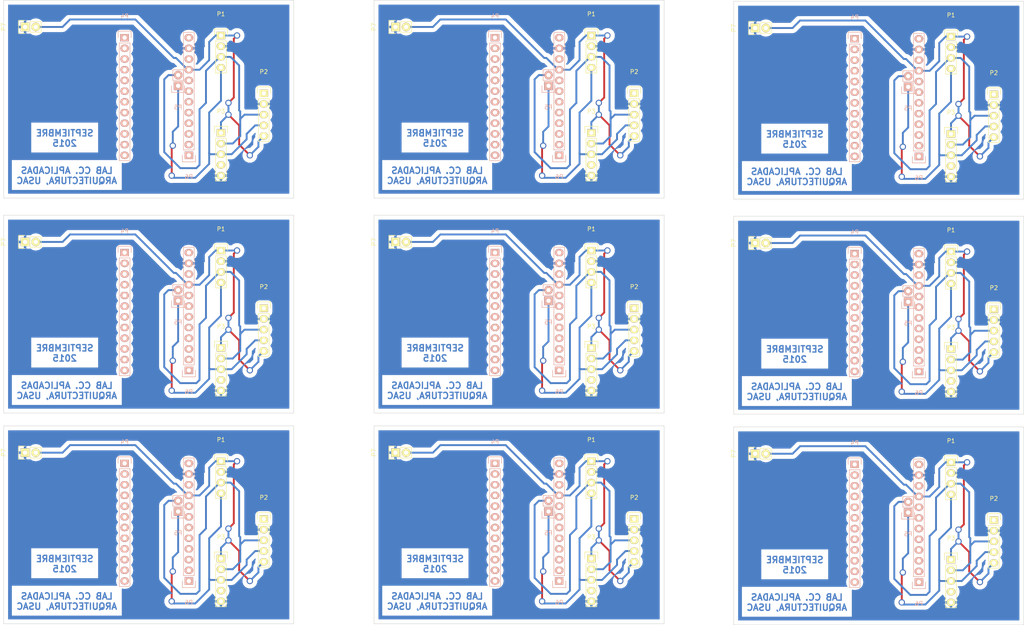
<source format=kicad_pcb>
(kicad_pcb (version 4) (host pcbnew "(after 2015-mar-04 BZR unknown)-product")
  (layers (0 F.Cu mixed) (31 B.Cu mixed) (34 B.Paste user) (35 F.Paste user) (36 B.SilkS user) (37 F.SilkS user) (38 B.Mask user) (39 F.Mask user) (44 Edge.Cuts user))
  (net 0 "")
  (net 1 VCC)
  (net 2 GND)
  (net 3 /SCL)
  (net 4 /SDA)
  (module Pin_Headers:Pin_Header_Straight_1x12 (layer B.Cu) (at 249.428 151.892)
    (fp_text reference P6 (at 0 5.1) (layer B.SilkS) (effects (justify mirror)))
    (fp_text value ARDUINO_RIGHT)
    (pad 1 thru_hole rect (at 0 0) (size 2.032 1.7272) (drill 1.016) (layers *.Cu *.Mask B.SilkS))
    (pad 2 thru_hole oval (at 0 -2.54) (size 2.032 1.7272) (drill 1.016) (layers *.Cu *.Mask B.SilkS))
    (pad 3 thru_hole oval (at 0 -5.08) (size 2.032 1.7272) (drill 1.016) (layers *.Cu *.Mask B.SilkS))
    (pad 4 thru_hole oval (at 0 -7.62) (size 2.032 1.7272) (drill 1.016) (layers *.Cu *.Mask B.SilkS))
    (pad 5 thru_hole oval (at 0 -10.16) (size 2.032 1.7272) (drill 1.016) (layers *.Cu *.Mask B.SilkS))
    (pad 6 thru_hole oval (at 0 -12.7) (size 2.032 1.7272) (drill 1.016) (layers *.Cu *.Mask B.SilkS))
    (pad 7 thru_hole oval (at 0 -15.24) (size 2.032 1.7272) (drill 1.016) (layers *.Cu *.Mask B.SilkS))
    (pad 8 thru_hole oval (at 0 -17.78) (size 2.032 1.7272) (drill 1.016) (layers *.Cu *.Mask B.SilkS))
    (pad 9 thru_hole oval (at 0 -20.32) (size 2.032 1.7272) (drill 1.016) (layers *.Cu *.Mask B.SilkS) (net 1 VCC))
    (pad 10 thru_hole oval (at 0 -22.86) (size 2.032 1.7272) (drill 1.016) (layers *.Cu *.Mask B.SilkS))
    (pad 11 thru_hole oval (at 0 -25.4) (size 2.032 1.7272) (drill 1.016) (layers *.Cu *.Mask B.SilkS) (net 2 GND))
    (pad 12 thru_hole oval (at 0 -27.94) (size 2.032 1.7272) (drill 1.016) (layers *.Cu *.Mask B.SilkS))
  )
  (module Pin_Headers:Pin_Header_Straight_1x02 (layer B.Cu) (at 246.888 135.382)
    (fp_text reference P5 (at 0 5.1) (layer B.SilkS) (effects (justify mirror)))
    (fp_text value ARDUINO_I2C)
    (pad 1 thru_hole rect (at 0 0) (size 2.032 2.032) (drill 1.016) (layers *.Cu *.Mask B.SilkS) (net 4 /SDA))
    (pad 2 thru_hole oval (at 0 -2.54) (size 2.032 2.032) (drill 1.016) (layers *.Cu *.Mask B.SilkS) (net 3 /SCL))
  )
  (module Pin_Headers:Pin_Header_Straight_1x12 (layer B.Cu) (at 164.084 151.638)
    (fp_text reference P6 (at 0 5.1) (layer B.SilkS) (effects (justify mirror)))
    (fp_text value ARDUINO_RIGHT)
    (pad 1 thru_hole rect (at 0 0) (size 2.032 1.7272) (drill 1.016) (layers *.Cu *.Mask B.SilkS))
    (pad 2 thru_hole oval (at 0 -2.54) (size 2.032 1.7272) (drill 1.016) (layers *.Cu *.Mask B.SilkS))
    (pad 3 thru_hole oval (at 0 -5.08) (size 2.032 1.7272) (drill 1.016) (layers *.Cu *.Mask B.SilkS))
    (pad 4 thru_hole oval (at 0 -7.62) (size 2.032 1.7272) (drill 1.016) (layers *.Cu *.Mask B.SilkS))
    (pad 5 thru_hole oval (at 0 -10.16) (size 2.032 1.7272) (drill 1.016) (layers *.Cu *.Mask B.SilkS))
    (pad 6 thru_hole oval (at 0 -12.7) (size 2.032 1.7272) (drill 1.016) (layers *.Cu *.Mask B.SilkS))
    (pad 7 thru_hole oval (at 0 -15.24) (size 2.032 1.7272) (drill 1.016) (layers *.Cu *.Mask B.SilkS))
    (pad 8 thru_hole oval (at 0 -17.78) (size 2.032 1.7272) (drill 1.016) (layers *.Cu *.Mask B.SilkS))
    (pad 9 thru_hole oval (at 0 -20.32) (size 2.032 1.7272) (drill 1.016) (layers *.Cu *.Mask B.SilkS) (net 1 VCC))
    (pad 10 thru_hole oval (at 0 -22.86) (size 2.032 1.7272) (drill 1.016) (layers *.Cu *.Mask B.SilkS))
    (pad 11 thru_hole oval (at 0 -25.4) (size 2.032 1.7272) (drill 1.016) (layers *.Cu *.Mask B.SilkS) (net 2 GND))
    (pad 12 thru_hole oval (at 0 -27.94) (size 2.032 1.7272) (drill 1.016) (layers *.Cu *.Mask B.SilkS))
  )
  (module Pin_Headers:Pin_Header_Straight_1x12 (layer B.Cu) (at 234.188 123.952 180)
    (fp_text reference P4 (at 0 5.1 180) (layer B.SilkS) (effects (justify mirror)))
    (fp_text value ARDUINO_LEFT)
    (pad 1 thru_hole rect (at 0 0 180) (size 2.032 1.7272) (drill 1.016) (layers *.Cu *.Mask B.SilkS))
    (pad 2 thru_hole oval (at 0 -2.54 180) (size 2.032 1.7272) (drill 1.016) (layers *.Cu *.Mask B.SilkS))
    (pad 3 thru_hole oval (at 0 -5.08 180) (size 2.032 1.7272) (drill 1.016) (layers *.Cu *.Mask B.SilkS))
    (pad 4 thru_hole oval (at 0 -7.62 180) (size 2.032 1.7272) (drill 1.016) (layers *.Cu *.Mask B.SilkS))
    (pad 5 thru_hole oval (at 0 -10.16 180) (size 2.032 1.7272) (drill 1.016) (layers *.Cu *.Mask B.SilkS))
    (pad 6 thru_hole oval (at 0 -12.7 180) (size 2.032 1.7272) (drill 1.016) (layers *.Cu *.Mask B.SilkS))
    (pad 7 thru_hole oval (at 0 -15.24 180) (size 2.032 1.7272) (drill 1.016) (layers *.Cu *.Mask B.SilkS))
    (pad 8 thru_hole oval (at 0 -17.78 180) (size 2.032 1.7272) (drill 1.016) (layers *.Cu *.Mask B.SilkS))
    (pad 9 thru_hole oval (at 0 -20.32 180) (size 2.032 1.7272) (drill 1.016) (layers *.Cu *.Mask B.SilkS))
    (pad 10 thru_hole oval (at 0 -22.86 180) (size 2.032 1.7272) (drill 1.016) (layers *.Cu *.Mask B.SilkS))
    (pad 11 thru_hole oval (at 0 -25.4 180) (size 2.032 1.7272) (drill 1.016) (layers *.Cu *.Mask B.SilkS))
    (pad 12 thru_hole oval (at 0 -27.94 180) (size 2.032 1.7272) (drill 1.016) (layers *.Cu *.Mask B.SilkS))
  )
  (module Pin_Headers:Pin_Header_Straight_1x12 (layer B.Cu) (at 76.2 151.638)
    (fp_text reference P6 (at 0 5.1) (layer B.SilkS) (effects (justify mirror)))
    (fp_text value ARDUINO_RIGHT)
    (pad 1 thru_hole rect (at 0 0) (size 2.032 1.7272) (drill 1.016) (layers *.Cu *.Mask B.SilkS))
    (pad 2 thru_hole oval (at 0 -2.54) (size 2.032 1.7272) (drill 1.016) (layers *.Cu *.Mask B.SilkS))
    (pad 3 thru_hole oval (at 0 -5.08) (size 2.032 1.7272) (drill 1.016) (layers *.Cu *.Mask B.SilkS))
    (pad 4 thru_hole oval (at 0 -7.62) (size 2.032 1.7272) (drill 1.016) (layers *.Cu *.Mask B.SilkS))
    (pad 5 thru_hole oval (at 0 -10.16) (size 2.032 1.7272) (drill 1.016) (layers *.Cu *.Mask B.SilkS))
    (pad 6 thru_hole oval (at 0 -12.7) (size 2.032 1.7272) (drill 1.016) (layers *.Cu *.Mask B.SilkS))
    (pad 7 thru_hole oval (at 0 -15.24) (size 2.032 1.7272) (drill 1.016) (layers *.Cu *.Mask B.SilkS))
    (pad 8 thru_hole oval (at 0 -17.78) (size 2.032 1.7272) (drill 1.016) (layers *.Cu *.Mask B.SilkS))
    (pad 9 thru_hole oval (at 0 -20.32) (size 2.032 1.7272) (drill 1.016) (layers *.Cu *.Mask B.SilkS) (net 1 VCC))
    (pad 10 thru_hole oval (at 0 -22.86) (size 2.032 1.7272) (drill 1.016) (layers *.Cu *.Mask B.SilkS))
    (pad 11 thru_hole oval (at 0 -25.4) (size 2.032 1.7272) (drill 1.016) (layers *.Cu *.Mask B.SilkS) (net 2 GND))
    (pad 12 thru_hole oval (at 0 -27.94) (size 2.032 1.7272) (drill 1.016) (layers *.Cu *.Mask B.SilkS))
  )
  (module Pin_Headers:Pin_Header_Straight_1x02 (layer B.Cu) (at 73.66 135.128)
    (fp_text reference P5 (at 0 5.1) (layer B.SilkS) (effects (justify mirror)))
    (fp_text value ARDUINO_I2C)
    (pad 1 thru_hole rect (at 0 0) (size 2.032 2.032) (drill 1.016) (layers *.Cu *.Mask B.SilkS) (net 4 /SDA))
    (pad 2 thru_hole oval (at 0 -2.54) (size 2.032 2.032) (drill 1.016) (layers *.Cu *.Mask B.SilkS) (net 3 /SCL))
  )
  (module Pin_Headers:Pin_Header_Straight_1x12 (layer B.Cu) (at 60.96 123.698 180)
    (fp_text reference P4 (at 0 5.1 180) (layer B.SilkS) (effects (justify mirror)))
    (fp_text value ARDUINO_LEFT)
    (pad 1 thru_hole rect (at 0 0 180) (size 2.032 1.7272) (drill 1.016) (layers *.Cu *.Mask B.SilkS))
    (pad 2 thru_hole oval (at 0 -2.54 180) (size 2.032 1.7272) (drill 1.016) (layers *.Cu *.Mask B.SilkS))
    (pad 3 thru_hole oval (at 0 -5.08 180) (size 2.032 1.7272) (drill 1.016) (layers *.Cu *.Mask B.SilkS))
    (pad 4 thru_hole oval (at 0 -7.62 180) (size 2.032 1.7272) (drill 1.016) (layers *.Cu *.Mask B.SilkS))
    (pad 5 thru_hole oval (at 0 -10.16 180) (size 2.032 1.7272) (drill 1.016) (layers *.Cu *.Mask B.SilkS))
    (pad 6 thru_hole oval (at 0 -12.7 180) (size 2.032 1.7272) (drill 1.016) (layers *.Cu *.Mask B.SilkS))
    (pad 7 thru_hole oval (at 0 -15.24 180) (size 2.032 1.7272) (drill 1.016) (layers *.Cu *.Mask B.SilkS))
    (pad 8 thru_hole oval (at 0 -17.78 180) (size 2.032 1.7272) (drill 1.016) (layers *.Cu *.Mask B.SilkS))
    (pad 9 thru_hole oval (at 0 -20.32 180) (size 2.032 1.7272) (drill 1.016) (layers *.Cu *.Mask B.SilkS))
    (pad 10 thru_hole oval (at 0 -22.86 180) (size 2.032 1.7272) (drill 1.016) (layers *.Cu *.Mask B.SilkS))
    (pad 11 thru_hole oval (at 0 -25.4 180) (size 2.032 1.7272) (drill 1.016) (layers *.Cu *.Mask B.SilkS))
    (pad 12 thru_hole oval (at 0 -27.94 180) (size 2.032 1.7272) (drill 1.016) (layers *.Cu *.Mask B.SilkS))
  )
  (module Pin_Headers:Pin_Header_Straight_1x12 (layer B.Cu) (at 148.844 123.698 180)
    (fp_text reference P4 (at 0 5.1 180) (layer B.SilkS) (effects (justify mirror)))
    (fp_text value ARDUINO_LEFT)
    (pad 1 thru_hole rect (at 0 0 180) (size 2.032 1.7272) (drill 1.016) (layers *.Cu *.Mask B.SilkS))
    (pad 2 thru_hole oval (at 0 -2.54 180) (size 2.032 1.7272) (drill 1.016) (layers *.Cu *.Mask B.SilkS))
    (pad 3 thru_hole oval (at 0 -5.08 180) (size 2.032 1.7272) (drill 1.016) (layers *.Cu *.Mask B.SilkS))
    (pad 4 thru_hole oval (at 0 -7.62 180) (size 2.032 1.7272) (drill 1.016) (layers *.Cu *.Mask B.SilkS))
    (pad 5 thru_hole oval (at 0 -10.16 180) (size 2.032 1.7272) (drill 1.016) (layers *.Cu *.Mask B.SilkS))
    (pad 6 thru_hole oval (at 0 -12.7 180) (size 2.032 1.7272) (drill 1.016) (layers *.Cu *.Mask B.SilkS))
    (pad 7 thru_hole oval (at 0 -15.24 180) (size 2.032 1.7272) (drill 1.016) (layers *.Cu *.Mask B.SilkS))
    (pad 8 thru_hole oval (at 0 -17.78 180) (size 2.032 1.7272) (drill 1.016) (layers *.Cu *.Mask B.SilkS))
    (pad 9 thru_hole oval (at 0 -20.32 180) (size 2.032 1.7272) (drill 1.016) (layers *.Cu *.Mask B.SilkS))
    (pad 10 thru_hole oval (at 0 -22.86 180) (size 2.032 1.7272) (drill 1.016) (layers *.Cu *.Mask B.SilkS))
    (pad 11 thru_hole oval (at 0 -25.4 180) (size 2.032 1.7272) (drill 1.016) (layers *.Cu *.Mask B.SilkS))
    (pad 12 thru_hole oval (at 0 -27.94 180) (size 2.032 1.7272) (drill 1.016) (layers *.Cu *.Mask B.SilkS))
  )
  (module Pin_Headers:Pin_Header_Straight_1x02 (layer B.Cu) (at 161.544 135.128)
    (fp_text reference P5 (at 0 5.1) (layer B.SilkS) (effects (justify mirror)))
    (fp_text value ARDUINO_I2C)
    (pad 1 thru_hole rect (at 0 0) (size 2.032 2.032) (drill 1.016) (layers *.Cu *.Mask B.SilkS) (net 4 /SDA))
    (pad 2 thru_hole oval (at 0 -2.54) (size 2.032 2.032) (drill 1.016) (layers *.Cu *.Mask B.SilkS) (net 3 /SCL))
  )
  (module Pin_Headers:Pin_Header_Straight_1x02 (layer F.Cu) (at 37.338 121.158 90)
    (fp_text reference P7 (at 0 -5.1 90) (layer F.SilkS))
    (fp_text value POWER)
    (pad 1 thru_hole rect (at 0 0 90) (size 2.032 2.032) (drill 1.016) (layers *.Cu *.Mask F.SilkS) (net 2 GND))
    (pad 2 thru_hole oval (at 0 2.54 90) (size 2.032 2.032) (drill 1.016) (layers *.Cu *.Mask F.SilkS) (net 1 VCC))
  )
  (module Pin_Headers:Pin_Header_Straight_1x05 (layer F.Cu) (at 93.98 136.906)
    (fp_text reference P2 (at 0 -5.1) (layer F.SilkS))
    (fp_text value "BMP 180")
    (pad 1 thru_hole rect (at 0 0) (size 2.032 1.7272) (drill 1.016) (layers *.Cu *.Mask F.SilkS))
    (pad 2 thru_hole oval (at 0 2.54) (size 2.032 1.7272) (drill 1.016) (layers *.Cu *.Mask F.SilkS) (net 2 GND))
    (pad 3 thru_hole oval (at 0 5.08) (size 2.032 1.7272) (drill 1.016) (layers *.Cu *.Mask F.SilkS) (net 3 /SCL))
    (pad 4 thru_hole oval (at 0 7.62) (size 2.032 1.7272) (drill 1.016) (layers *.Cu *.Mask F.SilkS) (net 4 /SDA))
    (pad 5 thru_hole oval (at 0 10.16) (size 2.032 1.7272) (drill 1.016) (layers *.Cu *.Mask F.SilkS) (net 1 VCC))
  )
  (module Pin_Headers:Pin_Header_Straight_1x04 (layer F.Cu) (at 83.82 123.19)
    (fp_text reference P1 (at 0 -5.1) (layer F.SilkS))
    (fp_text value "OLED DISPLAY")
    (pad 1 thru_hole rect (at 0 0) (size 2.032 1.7272) (drill 1.016) (layers *.Cu *.Mask F.SilkS) (net 1 VCC))
    (pad 2 thru_hole oval (at 0 2.54) (size 2.032 1.7272) (drill 1.016) (layers *.Cu *.Mask F.SilkS) (net 2 GND))
    (pad 3 thru_hole oval (at 0 5.08) (size 2.032 1.7272) (drill 1.016) (layers *.Cu *.Mask F.SilkS) (net 3 /SCL))
    (pad 4 thru_hole oval (at 0 7.62) (size 2.032 1.7272) (drill 1.016) (layers *.Cu *.Mask F.SilkS) (net 4 /SDA))
  )
  (module Pin_Headers:Pin_Header_Straight_1x05 (layer F.Cu) (at 83.82 146.304)
    (fp_text reference P3 (at 0 -5.1) (layer F.SilkS))
    (fp_text value BH1750)
    (pad 1 thru_hole rect (at 0 0) (size 2.032 1.7272) (drill 1.016) (layers *.Cu *.Mask F.SilkS) (net 1 VCC))
    (pad 2 thru_hole oval (at 0 2.54) (size 2.032 1.7272) (drill 1.016) (layers *.Cu *.Mask F.SilkS) (net 3 /SCL))
    (pad 3 thru_hole oval (at 0 5.08) (size 2.032 1.7272) (drill 1.016) (layers *.Cu *.Mask F.SilkS) (net 4 /SDA))
    (pad 4 thru_hole oval (at 0 7.62) (size 2.032 1.7272) (drill 1.016) (layers *.Cu *.Mask F.SilkS))
    (pad 5 thru_hole oval (at 0 10.16) (size 2.032 1.7272) (drill 1.016) (layers *.Cu *.Mask F.SilkS) (net 2 GND))
  )
  (module Pin_Headers:Pin_Header_Straight_1x02 (layer F.Cu) (at 125.222 121.158 90)
    (fp_text reference P7 (at 0 -5.1 90) (layer F.SilkS))
    (fp_text value POWER)
    (pad 1 thru_hole rect (at 0 0 90) (size 2.032 2.032) (drill 1.016) (layers *.Cu *.Mask F.SilkS) (net 2 GND))
    (pad 2 thru_hole oval (at 0 2.54 90) (size 2.032 2.032) (drill 1.016) (layers *.Cu *.Mask F.SilkS) (net 1 VCC))
  )
  (module Pin_Headers:Pin_Header_Straight_1x05 (layer F.Cu) (at 181.864 136.906)
    (fp_text reference P2 (at 0 -5.1) (layer F.SilkS))
    (fp_text value "BMP 180")
    (pad 1 thru_hole rect (at 0 0) (size 2.032 1.7272) (drill 1.016) (layers *.Cu *.Mask F.SilkS))
    (pad 2 thru_hole oval (at 0 2.54) (size 2.032 1.7272) (drill 1.016) (layers *.Cu *.Mask F.SilkS) (net 2 GND))
    (pad 3 thru_hole oval (at 0 5.08) (size 2.032 1.7272) (drill 1.016) (layers *.Cu *.Mask F.SilkS) (net 3 /SCL))
    (pad 4 thru_hole oval (at 0 7.62) (size 2.032 1.7272) (drill 1.016) (layers *.Cu *.Mask F.SilkS) (net 4 /SDA))
    (pad 5 thru_hole oval (at 0 10.16) (size 2.032 1.7272) (drill 1.016) (layers *.Cu *.Mask F.SilkS) (net 1 VCC))
  )
  (module Pin_Headers:Pin_Header_Straight_1x04 (layer F.Cu) (at 171.704 123.19)
    (fp_text reference P1 (at 0 -5.1) (layer F.SilkS))
    (fp_text value "OLED DISPLAY")
    (pad 1 thru_hole rect (at 0 0) (size 2.032 1.7272) (drill 1.016) (layers *.Cu *.Mask F.SilkS) (net 1 VCC))
    (pad 2 thru_hole oval (at 0 2.54) (size 2.032 1.7272) (drill 1.016) (layers *.Cu *.Mask F.SilkS) (net 2 GND))
    (pad 3 thru_hole oval (at 0 5.08) (size 2.032 1.7272) (drill 1.016) (layers *.Cu *.Mask F.SilkS) (net 3 /SCL))
    (pad 4 thru_hole oval (at 0 7.62) (size 2.032 1.7272) (drill 1.016) (layers *.Cu *.Mask F.SilkS) (net 4 /SDA))
  )
  (module Pin_Headers:Pin_Header_Straight_1x05 (layer F.Cu) (at 171.704 146.304)
    (fp_text reference P3 (at 0 -5.1) (layer F.SilkS))
    (fp_text value BH1750)
    (pad 1 thru_hole rect (at 0 0) (size 2.032 1.7272) (drill 1.016) (layers *.Cu *.Mask F.SilkS) (net 1 VCC))
    (pad 2 thru_hole oval (at 0 2.54) (size 2.032 1.7272) (drill 1.016) (layers *.Cu *.Mask F.SilkS) (net 3 /SCL))
    (pad 3 thru_hole oval (at 0 5.08) (size 2.032 1.7272) (drill 1.016) (layers *.Cu *.Mask F.SilkS) (net 4 /SDA))
    (pad 4 thru_hole oval (at 0 7.62) (size 2.032 1.7272) (drill 1.016) (layers *.Cu *.Mask F.SilkS))
    (pad 5 thru_hole oval (at 0 10.16) (size 2.032 1.7272) (drill 1.016) (layers *.Cu *.Mask F.SilkS) (net 2 GND))
  )
  (module Pin_Headers:Pin_Header_Straight_1x02 (layer F.Cu) (at 210.566 121.412 90)
    (fp_text reference P7 (at 0 -5.1 90) (layer F.SilkS))
    (fp_text value POWER)
    (pad 1 thru_hole rect (at 0 0 90) (size 2.032 2.032) (drill 1.016) (layers *.Cu *.Mask F.SilkS) (net 2 GND))
    (pad 2 thru_hole oval (at 0 2.54 90) (size 2.032 2.032) (drill 1.016) (layers *.Cu *.Mask F.SilkS) (net 1 VCC))
  )
  (module Pin_Headers:Pin_Header_Straight_1x04 (layer F.Cu) (at 257.048 123.444)
    (fp_text reference P1 (at 0 -5.1) (layer F.SilkS))
    (fp_text value "OLED DISPLAY")
    (pad 1 thru_hole rect (at 0 0) (size 2.032 1.7272) (drill 1.016) (layers *.Cu *.Mask F.SilkS) (net 1 VCC))
    (pad 2 thru_hole oval (at 0 2.54) (size 2.032 1.7272) (drill 1.016) (layers *.Cu *.Mask F.SilkS) (net 2 GND))
    (pad 3 thru_hole oval (at 0 5.08) (size 2.032 1.7272) (drill 1.016) (layers *.Cu *.Mask F.SilkS) (net 3 /SCL))
    (pad 4 thru_hole oval (at 0 7.62) (size 2.032 1.7272) (drill 1.016) (layers *.Cu *.Mask F.SilkS) (net 4 /SDA))
  )
  (module Pin_Headers:Pin_Header_Straight_1x05 (layer F.Cu) (at 267.208 137.16)
    (fp_text reference P2 (at 0 -5.1) (layer F.SilkS))
    (fp_text value "BMP 180")
    (pad 1 thru_hole rect (at 0 0) (size 2.032 1.7272) (drill 1.016) (layers *.Cu *.Mask F.SilkS))
    (pad 2 thru_hole oval (at 0 2.54) (size 2.032 1.7272) (drill 1.016) (layers *.Cu *.Mask F.SilkS) (net 2 GND))
    (pad 3 thru_hole oval (at 0 5.08) (size 2.032 1.7272) (drill 1.016) (layers *.Cu *.Mask F.SilkS) (net 3 /SCL))
    (pad 4 thru_hole oval (at 0 7.62) (size 2.032 1.7272) (drill 1.016) (layers *.Cu *.Mask F.SilkS) (net 4 /SDA))
    (pad 5 thru_hole oval (at 0 10.16) (size 2.032 1.7272) (drill 1.016) (layers *.Cu *.Mask F.SilkS) (net 1 VCC))
  )
  (module Pin_Headers:Pin_Header_Straight_1x05 (layer F.Cu) (at 257.048 146.558)
    (fp_text reference P3 (at 0 -5.1) (layer F.SilkS))
    (fp_text value BH1750)
    (pad 1 thru_hole rect (at 0 0) (size 2.032 1.7272) (drill 1.016) (layers *.Cu *.Mask F.SilkS) (net 1 VCC))
    (pad 2 thru_hole oval (at 0 2.54) (size 2.032 1.7272) (drill 1.016) (layers *.Cu *.Mask F.SilkS) (net 3 /SCL))
    (pad 3 thru_hole oval (at 0 5.08) (size 2.032 1.7272) (drill 1.016) (layers *.Cu *.Mask F.SilkS) (net 4 /SDA))
    (pad 4 thru_hole oval (at 0 7.62) (size 2.032 1.7272) (drill 1.016) (layers *.Cu *.Mask F.SilkS))
    (pad 5 thru_hole oval (at 0 10.16) (size 2.032 1.7272) (drill 1.016) (layers *.Cu *.Mask F.SilkS) (net 2 GND))
  )
  (module Pin_Headers:Pin_Header_Straight_1x12 (layer B.Cu) (at 249.428 101.854)
    (fp_text reference P6 (at 0 5.1) (layer B.SilkS) (effects (justify mirror)))
    (fp_text value ARDUINO_RIGHT)
    (pad 1 thru_hole rect (at 0 0) (size 2.032 1.7272) (drill 1.016) (layers *.Cu *.Mask B.SilkS))
    (pad 2 thru_hole oval (at 0 -2.54) (size 2.032 1.7272) (drill 1.016) (layers *.Cu *.Mask B.SilkS))
    (pad 3 thru_hole oval (at 0 -5.08) (size 2.032 1.7272) (drill 1.016) (layers *.Cu *.Mask B.SilkS))
    (pad 4 thru_hole oval (at 0 -7.62) (size 2.032 1.7272) (drill 1.016) (layers *.Cu *.Mask B.SilkS))
    (pad 5 thru_hole oval (at 0 -10.16) (size 2.032 1.7272) (drill 1.016) (layers *.Cu *.Mask B.SilkS))
    (pad 6 thru_hole oval (at 0 -12.7) (size 2.032 1.7272) (drill 1.016) (layers *.Cu *.Mask B.SilkS))
    (pad 7 thru_hole oval (at 0 -15.24) (size 2.032 1.7272) (drill 1.016) (layers *.Cu *.Mask B.SilkS))
    (pad 8 thru_hole oval (at 0 -17.78) (size 2.032 1.7272) (drill 1.016) (layers *.Cu *.Mask B.SilkS))
    (pad 9 thru_hole oval (at 0 -20.32) (size 2.032 1.7272) (drill 1.016) (layers *.Cu *.Mask B.SilkS) (net 1 VCC))
    (pad 10 thru_hole oval (at 0 -22.86) (size 2.032 1.7272) (drill 1.016) (layers *.Cu *.Mask B.SilkS))
    (pad 11 thru_hole oval (at 0 -25.4) (size 2.032 1.7272) (drill 1.016) (layers *.Cu *.Mask B.SilkS) (net 2 GND))
    (pad 12 thru_hole oval (at 0 -27.94) (size 2.032 1.7272) (drill 1.016) (layers *.Cu *.Mask B.SilkS))
  )
  (module Pin_Headers:Pin_Header_Straight_1x02 (layer B.Cu) (at 246.888 85.344)
    (fp_text reference P5 (at 0 5.1) (layer B.SilkS) (effects (justify mirror)))
    (fp_text value ARDUINO_I2C)
    (pad 1 thru_hole rect (at 0 0) (size 2.032 2.032) (drill 1.016) (layers *.Cu *.Mask B.SilkS) (net 4 /SDA))
    (pad 2 thru_hole oval (at 0 -2.54) (size 2.032 2.032) (drill 1.016) (layers *.Cu *.Mask B.SilkS) (net 3 /SCL))
  )
  (module Pin_Headers:Pin_Header_Straight_1x12 (layer B.Cu) (at 164.084 101.6)
    (fp_text reference P6 (at 0 5.1) (layer B.SilkS) (effects (justify mirror)))
    (fp_text value ARDUINO_RIGHT)
    (pad 1 thru_hole rect (at 0 0) (size 2.032 1.7272) (drill 1.016) (layers *.Cu *.Mask B.SilkS))
    (pad 2 thru_hole oval (at 0 -2.54) (size 2.032 1.7272) (drill 1.016) (layers *.Cu *.Mask B.SilkS))
    (pad 3 thru_hole oval (at 0 -5.08) (size 2.032 1.7272) (drill 1.016) (layers *.Cu *.Mask B.SilkS))
    (pad 4 thru_hole oval (at 0 -7.62) (size 2.032 1.7272) (drill 1.016) (layers *.Cu *.Mask B.SilkS))
    (pad 5 thru_hole oval (at 0 -10.16) (size 2.032 1.7272) (drill 1.016) (layers *.Cu *.Mask B.SilkS))
    (pad 6 thru_hole oval (at 0 -12.7) (size 2.032 1.7272) (drill 1.016) (layers *.Cu *.Mask B.SilkS))
    (pad 7 thru_hole oval (at 0 -15.24) (size 2.032 1.7272) (drill 1.016) (layers *.Cu *.Mask B.SilkS))
    (pad 8 thru_hole oval (at 0 -17.78) (size 2.032 1.7272) (drill 1.016) (layers *.Cu *.Mask B.SilkS))
    (pad 9 thru_hole oval (at 0 -20.32) (size 2.032 1.7272) (drill 1.016) (layers *.Cu *.Mask B.SilkS) (net 1 VCC))
    (pad 10 thru_hole oval (at 0 -22.86) (size 2.032 1.7272) (drill 1.016) (layers *.Cu *.Mask B.SilkS))
    (pad 11 thru_hole oval (at 0 -25.4) (size 2.032 1.7272) (drill 1.016) (layers *.Cu *.Mask B.SilkS) (net 2 GND))
    (pad 12 thru_hole oval (at 0 -27.94) (size 2.032 1.7272) (drill 1.016) (layers *.Cu *.Mask B.SilkS))
  )
  (module Pin_Headers:Pin_Header_Straight_1x12 (layer B.Cu) (at 234.188 73.914 180)
    (fp_text reference P4 (at 0 5.1 180) (layer B.SilkS) (effects (justify mirror)))
    (fp_text value ARDUINO_LEFT)
    (pad 1 thru_hole rect (at 0 0 180) (size 2.032 1.7272) (drill 1.016) (layers *.Cu *.Mask B.SilkS))
    (pad 2 thru_hole oval (at 0 -2.54 180) (size 2.032 1.7272) (drill 1.016) (layers *.Cu *.Mask B.SilkS))
    (pad 3 thru_hole oval (at 0 -5.08 180) (size 2.032 1.7272) (drill 1.016) (layers *.Cu *.Mask B.SilkS))
    (pad 4 thru_hole oval (at 0 -7.62 180) (size 2.032 1.7272) (drill 1.016) (layers *.Cu *.Mask B.SilkS))
    (pad 5 thru_hole oval (at 0 -10.16 180) (size 2.032 1.7272) (drill 1.016) (layers *.Cu *.Mask B.SilkS))
    (pad 6 thru_hole oval (at 0 -12.7 180) (size 2.032 1.7272) (drill 1.016) (layers *.Cu *.Mask B.SilkS))
    (pad 7 thru_hole oval (at 0 -15.24 180) (size 2.032 1.7272) (drill 1.016) (layers *.Cu *.Mask B.SilkS))
    (pad 8 thru_hole oval (at 0 -17.78 180) (size 2.032 1.7272) (drill 1.016) (layers *.Cu *.Mask B.SilkS))
    (pad 9 thru_hole oval (at 0 -20.32 180) (size 2.032 1.7272) (drill 1.016) (layers *.Cu *.Mask B.SilkS))
    (pad 10 thru_hole oval (at 0 -22.86 180) (size 2.032 1.7272) (drill 1.016) (layers *.Cu *.Mask B.SilkS))
    (pad 11 thru_hole oval (at 0 -25.4 180) (size 2.032 1.7272) (drill 1.016) (layers *.Cu *.Mask B.SilkS))
    (pad 12 thru_hole oval (at 0 -27.94 180) (size 2.032 1.7272) (drill 1.016) (layers *.Cu *.Mask B.SilkS))
  )
  (module Pin_Headers:Pin_Header_Straight_1x12 (layer B.Cu) (at 76.2 101.6)
    (fp_text reference P6 (at 0 5.1) (layer B.SilkS) (effects (justify mirror)))
    (fp_text value ARDUINO_RIGHT)
    (pad 1 thru_hole rect (at 0 0) (size 2.032 1.7272) (drill 1.016) (layers *.Cu *.Mask B.SilkS))
    (pad 2 thru_hole oval (at 0 -2.54) (size 2.032 1.7272) (drill 1.016) (layers *.Cu *.Mask B.SilkS))
    (pad 3 thru_hole oval (at 0 -5.08) (size 2.032 1.7272) (drill 1.016) (layers *.Cu *.Mask B.SilkS))
    (pad 4 thru_hole oval (at 0 -7.62) (size 2.032 1.7272) (drill 1.016) (layers *.Cu *.Mask B.SilkS))
    (pad 5 thru_hole oval (at 0 -10.16) (size 2.032 1.7272) (drill 1.016) (layers *.Cu *.Mask B.SilkS))
    (pad 6 thru_hole oval (at 0 -12.7) (size 2.032 1.7272) (drill 1.016) (layers *.Cu *.Mask B.SilkS))
    (pad 7 thru_hole oval (at 0 -15.24) (size 2.032 1.7272) (drill 1.016) (layers *.Cu *.Mask B.SilkS))
    (pad 8 thru_hole oval (at 0 -17.78) (size 2.032 1.7272) (drill 1.016) (layers *.Cu *.Mask B.SilkS))
    (pad 9 thru_hole oval (at 0 -20.32) (size 2.032 1.7272) (drill 1.016) (layers *.Cu *.Mask B.SilkS) (net 1 VCC))
    (pad 10 thru_hole oval (at 0 -22.86) (size 2.032 1.7272) (drill 1.016) (layers *.Cu *.Mask B.SilkS))
    (pad 11 thru_hole oval (at 0 -25.4) (size 2.032 1.7272) (drill 1.016) (layers *.Cu *.Mask B.SilkS) (net 2 GND))
    (pad 12 thru_hole oval (at 0 -27.94) (size 2.032 1.7272) (drill 1.016) (layers *.Cu *.Mask B.SilkS))
  )
  (module Pin_Headers:Pin_Header_Straight_1x02 (layer B.Cu) (at 73.66 85.09)
    (fp_text reference P5 (at 0 5.1) (layer B.SilkS) (effects (justify mirror)))
    (fp_text value ARDUINO_I2C)
    (pad 1 thru_hole rect (at 0 0) (size 2.032 2.032) (drill 1.016) (layers *.Cu *.Mask B.SilkS) (net 4 /SDA))
    (pad 2 thru_hole oval (at 0 -2.54) (size 2.032 2.032) (drill 1.016) (layers *.Cu *.Mask B.SilkS) (net 3 /SCL))
  )
  (module Pin_Headers:Pin_Header_Straight_1x12 (layer B.Cu) (at 60.96 73.66 180)
    (fp_text reference P4 (at 0 5.1 180) (layer B.SilkS) (effects (justify mirror)))
    (fp_text value ARDUINO_LEFT)
    (pad 1 thru_hole rect (at 0 0 180) (size 2.032 1.7272) (drill 1.016) (layers *.Cu *.Mask B.SilkS))
    (pad 2 thru_hole oval (at 0 -2.54 180) (size 2.032 1.7272) (drill 1.016) (layers *.Cu *.Mask B.SilkS))
    (pad 3 thru_hole oval (at 0 -5.08 180) (size 2.032 1.7272) (drill 1.016) (layers *.Cu *.Mask B.SilkS))
    (pad 4 thru_hole oval (at 0 -7.62 180) (size 2.032 1.7272) (drill 1.016) (layers *.Cu *.Mask B.SilkS))
    (pad 5 thru_hole oval (at 0 -10.16 180) (size 2.032 1.7272) (drill 1.016) (layers *.Cu *.Mask B.SilkS))
    (pad 6 thru_hole oval (at 0 -12.7 180) (size 2.032 1.7272) (drill 1.016) (layers *.Cu *.Mask B.SilkS))
    (pad 7 thru_hole oval (at 0 -15.24 180) (size 2.032 1.7272) (drill 1.016) (layers *.Cu *.Mask B.SilkS))
    (pad 8 thru_hole oval (at 0 -17.78 180) (size 2.032 1.7272) (drill 1.016) (layers *.Cu *.Mask B.SilkS))
    (pad 9 thru_hole oval (at 0 -20.32 180) (size 2.032 1.7272) (drill 1.016) (layers *.Cu *.Mask B.SilkS))
    (pad 10 thru_hole oval (at 0 -22.86 180) (size 2.032 1.7272) (drill 1.016) (layers *.Cu *.Mask B.SilkS))
    (pad 11 thru_hole oval (at 0 -25.4 180) (size 2.032 1.7272) (drill 1.016) (layers *.Cu *.Mask B.SilkS))
    (pad 12 thru_hole oval (at 0 -27.94 180) (size 2.032 1.7272) (drill 1.016) (layers *.Cu *.Mask B.SilkS))
  )
  (module Pin_Headers:Pin_Header_Straight_1x12 (layer B.Cu) (at 148.844 73.66 180)
    (fp_text reference P4 (at 0 5.1 180) (layer B.SilkS) (effects (justify mirror)))
    (fp_text value ARDUINO_LEFT)
    (pad 1 thru_hole rect (at 0 0 180) (size 2.032 1.7272) (drill 1.016) (layers *.Cu *.Mask B.SilkS))
    (pad 2 thru_hole oval (at 0 -2.54 180) (size 2.032 1.7272) (drill 1.016) (layers *.Cu *.Mask B.SilkS))
    (pad 3 thru_hole oval (at 0 -5.08 180) (size 2.032 1.7272) (drill 1.016) (layers *.Cu *.Mask B.SilkS))
    (pad 4 thru_hole oval (at 0 -7.62 180) (size 2.032 1.7272) (drill 1.016) (layers *.Cu *.Mask B.SilkS))
    (pad 5 thru_hole oval (at 0 -10.16 180) (size 2.032 1.7272) (drill 1.016) (layers *.Cu *.Mask B.SilkS))
    (pad 6 thru_hole oval (at 0 -12.7 180) (size 2.032 1.7272) (drill 1.016) (layers *.Cu *.Mask B.SilkS))
    (pad 7 thru_hole oval (at 0 -15.24 180) (size 2.032 1.7272) (drill 1.016) (layers *.Cu *.Mask B.SilkS))
    (pad 8 thru_hole oval (at 0 -17.78 180) (size 2.032 1.7272) (drill 1.016) (layers *.Cu *.Mask B.SilkS))
    (pad 9 thru_hole oval (at 0 -20.32 180) (size 2.032 1.7272) (drill 1.016) (layers *.Cu *.Mask B.SilkS))
    (pad 10 thru_hole oval (at 0 -22.86 180) (size 2.032 1.7272) (drill 1.016) (layers *.Cu *.Mask B.SilkS))
    (pad 11 thru_hole oval (at 0 -25.4 180) (size 2.032 1.7272) (drill 1.016) (layers *.Cu *.Mask B.SilkS))
    (pad 12 thru_hole oval (at 0 -27.94 180) (size 2.032 1.7272) (drill 1.016) (layers *.Cu *.Mask B.SilkS))
  )
  (module Pin_Headers:Pin_Header_Straight_1x02 (layer B.Cu) (at 161.544 85.09)
    (fp_text reference P5 (at 0 5.1) (layer B.SilkS) (effects (justify mirror)))
    (fp_text value ARDUINO_I2C)
    (pad 1 thru_hole rect (at 0 0) (size 2.032 2.032) (drill 1.016) (layers *.Cu *.Mask B.SilkS) (net 4 /SDA))
    (pad 2 thru_hole oval (at 0 -2.54) (size 2.032 2.032) (drill 1.016) (layers *.Cu *.Mask B.SilkS) (net 3 /SCL))
  )
  (module Pin_Headers:Pin_Header_Straight_1x02 (layer F.Cu) (at 37.338 71.12 90)
    (fp_text reference P7 (at 0 -5.1 90) (layer F.SilkS))
    (fp_text value POWER)
    (pad 1 thru_hole rect (at 0 0 90) (size 2.032 2.032) (drill 1.016) (layers *.Cu *.Mask F.SilkS) (net 2 GND))
    (pad 2 thru_hole oval (at 0 2.54 90) (size 2.032 2.032) (drill 1.016) (layers *.Cu *.Mask F.SilkS) (net 1 VCC))
  )
  (module Pin_Headers:Pin_Header_Straight_1x05 (layer F.Cu) (at 93.98 86.868)
    (fp_text reference P2 (at 0 -5.1) (layer F.SilkS))
    (fp_text value "BMP 180")
    (pad 1 thru_hole rect (at 0 0) (size 2.032 1.7272) (drill 1.016) (layers *.Cu *.Mask F.SilkS))
    (pad 2 thru_hole oval (at 0 2.54) (size 2.032 1.7272) (drill 1.016) (layers *.Cu *.Mask F.SilkS) (net 2 GND))
    (pad 3 thru_hole oval (at 0 5.08) (size 2.032 1.7272) (drill 1.016) (layers *.Cu *.Mask F.SilkS) (net 3 /SCL))
    (pad 4 thru_hole oval (at 0 7.62) (size 2.032 1.7272) (drill 1.016) (layers *.Cu *.Mask F.SilkS) (net 4 /SDA))
    (pad 5 thru_hole oval (at 0 10.16) (size 2.032 1.7272) (drill 1.016) (layers *.Cu *.Mask F.SilkS) (net 1 VCC))
  )
  (module Pin_Headers:Pin_Header_Straight_1x04 (layer F.Cu) (at 83.82 73.152)
    (fp_text reference P1 (at 0 -5.1) (layer F.SilkS))
    (fp_text value "OLED DISPLAY")
    (pad 1 thru_hole rect (at 0 0) (size 2.032 1.7272) (drill 1.016) (layers *.Cu *.Mask F.SilkS) (net 1 VCC))
    (pad 2 thru_hole oval (at 0 2.54) (size 2.032 1.7272) (drill 1.016) (layers *.Cu *.Mask F.SilkS) (net 2 GND))
    (pad 3 thru_hole oval (at 0 5.08) (size 2.032 1.7272) (drill 1.016) (layers *.Cu *.Mask F.SilkS) (net 3 /SCL))
    (pad 4 thru_hole oval (at 0 7.62) (size 2.032 1.7272) (drill 1.016) (layers *.Cu *.Mask F.SilkS) (net 4 /SDA))
  )
  (module Pin_Headers:Pin_Header_Straight_1x05 (layer F.Cu) (at 83.82 96.266)
    (fp_text reference P3 (at 0 -5.1) (layer F.SilkS))
    (fp_text value BH1750)
    (pad 1 thru_hole rect (at 0 0) (size 2.032 1.7272) (drill 1.016) (layers *.Cu *.Mask F.SilkS) (net 1 VCC))
    (pad 2 thru_hole oval (at 0 2.54) (size 2.032 1.7272) (drill 1.016) (layers *.Cu *.Mask F.SilkS) (net 3 /SCL))
    (pad 3 thru_hole oval (at 0 5.08) (size 2.032 1.7272) (drill 1.016) (layers *.Cu *.Mask F.SilkS) (net 4 /SDA))
    (pad 4 thru_hole oval (at 0 7.62) (size 2.032 1.7272) (drill 1.016) (layers *.Cu *.Mask F.SilkS))
    (pad 5 thru_hole oval (at 0 10.16) (size 2.032 1.7272) (drill 1.016) (layers *.Cu *.Mask F.SilkS) (net 2 GND))
  )
  (module Pin_Headers:Pin_Header_Straight_1x02 (layer F.Cu) (at 125.222 71.12 90)
    (fp_text reference P7 (at 0 -5.1 90) (layer F.SilkS))
    (fp_text value POWER)
    (pad 1 thru_hole rect (at 0 0 90) (size 2.032 2.032) (drill 1.016) (layers *.Cu *.Mask F.SilkS) (net 2 GND))
    (pad 2 thru_hole oval (at 0 2.54 90) (size 2.032 2.032) (drill 1.016) (layers *.Cu *.Mask F.SilkS) (net 1 VCC))
  )
  (module Pin_Headers:Pin_Header_Straight_1x05 (layer F.Cu) (at 181.864 86.868)
    (fp_text reference P2 (at 0 -5.1) (layer F.SilkS))
    (fp_text value "BMP 180")
    (pad 1 thru_hole rect (at 0 0) (size 2.032 1.7272) (drill 1.016) (layers *.Cu *.Mask F.SilkS))
    (pad 2 thru_hole oval (at 0 2.54) (size 2.032 1.7272) (drill 1.016) (layers *.Cu *.Mask F.SilkS) (net 2 GND))
    (pad 3 thru_hole oval (at 0 5.08) (size 2.032 1.7272) (drill 1.016) (layers *.Cu *.Mask F.SilkS) (net 3 /SCL))
    (pad 4 thru_hole oval (at 0 7.62) (size 2.032 1.7272) (drill 1.016) (layers *.Cu *.Mask F.SilkS) (net 4 /SDA))
    (pad 5 thru_hole oval (at 0 10.16) (size 2.032 1.7272) (drill 1.016) (layers *.Cu *.Mask F.SilkS) (net 1 VCC))
  )
  (module Pin_Headers:Pin_Header_Straight_1x04 (layer F.Cu) (at 171.704 73.152)
    (fp_text reference P1 (at 0 -5.1) (layer F.SilkS))
    (fp_text value "OLED DISPLAY")
    (pad 1 thru_hole rect (at 0 0) (size 2.032 1.7272) (drill 1.016) (layers *.Cu *.Mask F.SilkS) (net 1 VCC))
    (pad 2 thru_hole oval (at 0 2.54) (size 2.032 1.7272) (drill 1.016) (layers *.Cu *.Mask F.SilkS) (net 2 GND))
    (pad 3 thru_hole oval (at 0 5.08) (size 2.032 1.7272) (drill 1.016) (layers *.Cu *.Mask F.SilkS) (net 3 /SCL))
    (pad 4 thru_hole oval (at 0 7.62) (size 2.032 1.7272) (drill 1.016) (layers *.Cu *.Mask F.SilkS) (net 4 /SDA))
  )
  (module Pin_Headers:Pin_Header_Straight_1x05 (layer F.Cu) (at 171.704 96.266)
    (fp_text reference P3 (at 0 -5.1) (layer F.SilkS))
    (fp_text value BH1750)
    (pad 1 thru_hole rect (at 0 0) (size 2.032 1.7272) (drill 1.016) (layers *.Cu *.Mask F.SilkS) (net 1 VCC))
    (pad 2 thru_hole oval (at 0 2.54) (size 2.032 1.7272) (drill 1.016) (layers *.Cu *.Mask F.SilkS) (net 3 /SCL))
    (pad 3 thru_hole oval (at 0 5.08) (size 2.032 1.7272) (drill 1.016) (layers *.Cu *.Mask F.SilkS) (net 4 /SDA))
    (pad 4 thru_hole oval (at 0 7.62) (size 2.032 1.7272) (drill 1.016) (layers *.Cu *.Mask F.SilkS))
    (pad 5 thru_hole oval (at 0 10.16) (size 2.032 1.7272) (drill 1.016) (layers *.Cu *.Mask F.SilkS) (net 2 GND))
  )
  (module Pin_Headers:Pin_Header_Straight_1x02 (layer F.Cu) (at 210.566 71.374 90)
    (fp_text reference P7 (at 0 -5.1 90) (layer F.SilkS))
    (fp_text value POWER)
    (pad 1 thru_hole rect (at 0 0 90) (size 2.032 2.032) (drill 1.016) (layers *.Cu *.Mask F.SilkS) (net 2 GND))
    (pad 2 thru_hole oval (at 0 2.54 90) (size 2.032 2.032) (drill 1.016) (layers *.Cu *.Mask F.SilkS) (net 1 VCC))
  )
  (module Pin_Headers:Pin_Header_Straight_1x04 (layer F.Cu) (at 257.048 73.406)
    (fp_text reference P1 (at 0 -5.1) (layer F.SilkS))
    (fp_text value "OLED DISPLAY")
    (pad 1 thru_hole rect (at 0 0) (size 2.032 1.7272) (drill 1.016) (layers *.Cu *.Mask F.SilkS) (net 1 VCC))
    (pad 2 thru_hole oval (at 0 2.54) (size 2.032 1.7272) (drill 1.016) (layers *.Cu *.Mask F.SilkS) (net 2 GND))
    (pad 3 thru_hole oval (at 0 5.08) (size 2.032 1.7272) (drill 1.016) (layers *.Cu *.Mask F.SilkS) (net 3 /SCL))
    (pad 4 thru_hole oval (at 0 7.62) (size 2.032 1.7272) (drill 1.016) (layers *.Cu *.Mask F.SilkS) (net 4 /SDA))
  )
  (module Pin_Headers:Pin_Header_Straight_1x05 (layer F.Cu) (at 267.208 87.122)
    (fp_text reference P2 (at 0 -5.1) (layer F.SilkS))
    (fp_text value "BMP 180")
    (pad 1 thru_hole rect (at 0 0) (size 2.032 1.7272) (drill 1.016) (layers *.Cu *.Mask F.SilkS))
    (pad 2 thru_hole oval (at 0 2.54) (size 2.032 1.7272) (drill 1.016) (layers *.Cu *.Mask F.SilkS) (net 2 GND))
    (pad 3 thru_hole oval (at 0 5.08) (size 2.032 1.7272) (drill 1.016) (layers *.Cu *.Mask F.SilkS) (net 3 /SCL))
    (pad 4 thru_hole oval (at 0 7.62) (size 2.032 1.7272) (drill 1.016) (layers *.Cu *.Mask F.SilkS) (net 4 /SDA))
    (pad 5 thru_hole oval (at 0 10.16) (size 2.032 1.7272) (drill 1.016) (layers *.Cu *.Mask F.SilkS) (net 1 VCC))
  )
  (module Pin_Headers:Pin_Header_Straight_1x05 (layer F.Cu) (at 257.048 96.52)
    (fp_text reference P3 (at 0 -5.1) (layer F.SilkS))
    (fp_text value BH1750)
    (pad 1 thru_hole rect (at 0 0) (size 2.032 1.7272) (drill 1.016) (layers *.Cu *.Mask F.SilkS) (net 1 VCC))
    (pad 2 thru_hole oval (at 0 2.54) (size 2.032 1.7272) (drill 1.016) (layers *.Cu *.Mask F.SilkS) (net 3 /SCL))
    (pad 3 thru_hole oval (at 0 5.08) (size 2.032 1.7272) (drill 1.016) (layers *.Cu *.Mask F.SilkS) (net 4 /SDA))
    (pad 4 thru_hole oval (at 0 7.62) (size 2.032 1.7272) (drill 1.016) (layers *.Cu *.Mask F.SilkS))
    (pad 5 thru_hole oval (at 0 10.16) (size 2.032 1.7272) (drill 1.016) (layers *.Cu *.Mask F.SilkS) (net 2 GND))
  )
  (module Pin_Headers:Pin_Header_Straight_1x02 (layer B.Cu) (at 246.888 34.29)
    (fp_text reference P5 (at 0 5.1) (layer B.SilkS) (effects (justify mirror)))
    (fp_text value ARDUINO_I2C)
    (pad 1 thru_hole rect (at 0 0) (size 2.032 2.032) (drill 1.016) (layers *.Cu *.Mask B.SilkS) (net 4 /SDA))
    (pad 2 thru_hole oval (at 0 -2.54) (size 2.032 2.032) (drill 1.016) (layers *.Cu *.Mask B.SilkS) (net 3 /SCL))
  )
  (module Pin_Headers:Pin_Header_Straight_1x12 (layer B.Cu) (at 234.188 22.86 180)
    (fp_text reference P4 (at 0 5.1 180) (layer B.SilkS) (effects (justify mirror)))
    (fp_text value ARDUINO_LEFT)
    (pad 1 thru_hole rect (at 0 0 180) (size 2.032 1.7272) (drill 1.016) (layers *.Cu *.Mask B.SilkS))
    (pad 2 thru_hole oval (at 0 -2.54 180) (size 2.032 1.7272) (drill 1.016) (layers *.Cu *.Mask B.SilkS))
    (pad 3 thru_hole oval (at 0 -5.08 180) (size 2.032 1.7272) (drill 1.016) (layers *.Cu *.Mask B.SilkS))
    (pad 4 thru_hole oval (at 0 -7.62 180) (size 2.032 1.7272) (drill 1.016) (layers *.Cu *.Mask B.SilkS))
    (pad 5 thru_hole oval (at 0 -10.16 180) (size 2.032 1.7272) (drill 1.016) (layers *.Cu *.Mask B.SilkS))
    (pad 6 thru_hole oval (at 0 -12.7 180) (size 2.032 1.7272) (drill 1.016) (layers *.Cu *.Mask B.SilkS))
    (pad 7 thru_hole oval (at 0 -15.24 180) (size 2.032 1.7272) (drill 1.016) (layers *.Cu *.Mask B.SilkS))
    (pad 8 thru_hole oval (at 0 -17.78 180) (size 2.032 1.7272) (drill 1.016) (layers *.Cu *.Mask B.SilkS))
    (pad 9 thru_hole oval (at 0 -20.32 180) (size 2.032 1.7272) (drill 1.016) (layers *.Cu *.Mask B.SilkS))
    (pad 10 thru_hole oval (at 0 -22.86 180) (size 2.032 1.7272) (drill 1.016) (layers *.Cu *.Mask B.SilkS))
    (pad 11 thru_hole oval (at 0 -25.4 180) (size 2.032 1.7272) (drill 1.016) (layers *.Cu *.Mask B.SilkS))
    (pad 12 thru_hole oval (at 0 -27.94 180) (size 2.032 1.7272) (drill 1.016) (layers *.Cu *.Mask B.SilkS))
  )
  (module Pin_Headers:Pin_Header_Straight_1x12 (layer B.Cu) (at 249.428 50.8)
    (fp_text reference P6 (at 0 5.1) (layer B.SilkS) (effects (justify mirror)))
    (fp_text value ARDUINO_RIGHT)
    (pad 1 thru_hole rect (at 0 0) (size 2.032 1.7272) (drill 1.016) (layers *.Cu *.Mask B.SilkS))
    (pad 2 thru_hole oval (at 0 -2.54) (size 2.032 1.7272) (drill 1.016) (layers *.Cu *.Mask B.SilkS))
    (pad 3 thru_hole oval (at 0 -5.08) (size 2.032 1.7272) (drill 1.016) (layers *.Cu *.Mask B.SilkS))
    (pad 4 thru_hole oval (at 0 -7.62) (size 2.032 1.7272) (drill 1.016) (layers *.Cu *.Mask B.SilkS))
    (pad 5 thru_hole oval (at 0 -10.16) (size 2.032 1.7272) (drill 1.016) (layers *.Cu *.Mask B.SilkS))
    (pad 6 thru_hole oval (at 0 -12.7) (size 2.032 1.7272) (drill 1.016) (layers *.Cu *.Mask B.SilkS))
    (pad 7 thru_hole oval (at 0 -15.24) (size 2.032 1.7272) (drill 1.016) (layers *.Cu *.Mask B.SilkS))
    (pad 8 thru_hole oval (at 0 -17.78) (size 2.032 1.7272) (drill 1.016) (layers *.Cu *.Mask B.SilkS))
    (pad 9 thru_hole oval (at 0 -20.32) (size 2.032 1.7272) (drill 1.016) (layers *.Cu *.Mask B.SilkS) (net 1 VCC))
    (pad 10 thru_hole oval (at 0 -22.86) (size 2.032 1.7272) (drill 1.016) (layers *.Cu *.Mask B.SilkS))
    (pad 11 thru_hole oval (at 0 -25.4) (size 2.032 1.7272) (drill 1.016) (layers *.Cu *.Mask B.SilkS) (net 2 GND))
    (pad 12 thru_hole oval (at 0 -27.94) (size 2.032 1.7272) (drill 1.016) (layers *.Cu *.Mask B.SilkS))
  )
  (module Pin_Headers:Pin_Header_Straight_1x05 (layer F.Cu) (at 257.048 45.466)
    (fp_text reference P3 (at 0 -5.1) (layer F.SilkS))
    (fp_text value BH1750)
    (pad 1 thru_hole rect (at 0 0) (size 2.032 1.7272) (drill 1.016) (layers *.Cu *.Mask F.SilkS) (net 1 VCC))
    (pad 2 thru_hole oval (at 0 2.54) (size 2.032 1.7272) (drill 1.016) (layers *.Cu *.Mask F.SilkS) (net 3 /SCL))
    (pad 3 thru_hole oval (at 0 5.08) (size 2.032 1.7272) (drill 1.016) (layers *.Cu *.Mask F.SilkS) (net 4 /SDA))
    (pad 4 thru_hole oval (at 0 7.62) (size 2.032 1.7272) (drill 1.016) (layers *.Cu *.Mask F.SilkS))
    (pad 5 thru_hole oval (at 0 10.16) (size 2.032 1.7272) (drill 1.016) (layers *.Cu *.Mask F.SilkS) (net 2 GND))
  )
  (module Pin_Headers:Pin_Header_Straight_1x05 (layer F.Cu) (at 267.208 36.068)
    (fp_text reference P2 (at 0 -5.1) (layer F.SilkS))
    (fp_text value "BMP 180")
    (pad 1 thru_hole rect (at 0 0) (size 2.032 1.7272) (drill 1.016) (layers *.Cu *.Mask F.SilkS))
    (pad 2 thru_hole oval (at 0 2.54) (size 2.032 1.7272) (drill 1.016) (layers *.Cu *.Mask F.SilkS) (net 2 GND))
    (pad 3 thru_hole oval (at 0 5.08) (size 2.032 1.7272) (drill 1.016) (layers *.Cu *.Mask F.SilkS) (net 3 /SCL))
    (pad 4 thru_hole oval (at 0 7.62) (size 2.032 1.7272) (drill 1.016) (layers *.Cu *.Mask F.SilkS) (net 4 /SDA))
    (pad 5 thru_hole oval (at 0 10.16) (size 2.032 1.7272) (drill 1.016) (layers *.Cu *.Mask F.SilkS) (net 1 VCC))
  )
  (module Pin_Headers:Pin_Header_Straight_1x04 (layer F.Cu) (at 257.048 22.352)
    (fp_text reference P1 (at 0 -5.1) (layer F.SilkS))
    (fp_text value "OLED DISPLAY")
    (pad 1 thru_hole rect (at 0 0) (size 2.032 1.7272) (drill 1.016) (layers *.Cu *.Mask F.SilkS) (net 1 VCC))
    (pad 2 thru_hole oval (at 0 2.54) (size 2.032 1.7272) (drill 1.016) (layers *.Cu *.Mask F.SilkS) (net 2 GND))
    (pad 3 thru_hole oval (at 0 5.08) (size 2.032 1.7272) (drill 1.016) (layers *.Cu *.Mask F.SilkS) (net 3 /SCL))
    (pad 4 thru_hole oval (at 0 7.62) (size 2.032 1.7272) (drill 1.016) (layers *.Cu *.Mask F.SilkS) (net 4 /SDA))
  )
  (module Pin_Headers:Pin_Header_Straight_1x02 (layer F.Cu) (at 210.566 20.32 90)
    (fp_text reference P7 (at 0 -5.1 90) (layer F.SilkS))
    (fp_text value POWER)
    (pad 1 thru_hole rect (at 0 0 90) (size 2.032 2.032) (drill 1.016) (layers *.Cu *.Mask F.SilkS) (net 2 GND))
    (pad 2 thru_hole oval (at 0 2.54 90) (size 2.032 2.032) (drill 1.016) (layers *.Cu *.Mask F.SilkS) (net 1 VCC))
  )
  (module Pin_Headers:Pin_Header_Straight_1x12 (layer B.Cu) (at 164.084 50.546)
    (fp_text reference P6 (at 0 5.1) (layer B.SilkS) (effects (justify mirror)))
    (fp_text value ARDUINO_RIGHT)
    (pad 1 thru_hole rect (at 0 0) (size 2.032 1.7272) (drill 1.016) (layers *.Cu *.Mask B.SilkS))
    (pad 2 thru_hole oval (at 0 -2.54) (size 2.032 1.7272) (drill 1.016) (layers *.Cu *.Mask B.SilkS))
    (pad 3 thru_hole oval (at 0 -5.08) (size 2.032 1.7272) (drill 1.016) (layers *.Cu *.Mask B.SilkS))
    (pad 4 thru_hole oval (at 0 -7.62) (size 2.032 1.7272) (drill 1.016) (layers *.Cu *.Mask B.SilkS))
    (pad 5 thru_hole oval (at 0 -10.16) (size 2.032 1.7272) (drill 1.016) (layers *.Cu *.Mask B.SilkS))
    (pad 6 thru_hole oval (at 0 -12.7) (size 2.032 1.7272) (drill 1.016) (layers *.Cu *.Mask B.SilkS))
    (pad 7 thru_hole oval (at 0 -15.24) (size 2.032 1.7272) (drill 1.016) (layers *.Cu *.Mask B.SilkS))
    (pad 8 thru_hole oval (at 0 -17.78) (size 2.032 1.7272) (drill 1.016) (layers *.Cu *.Mask B.SilkS))
    (pad 9 thru_hole oval (at 0 -20.32) (size 2.032 1.7272) (drill 1.016) (layers *.Cu *.Mask B.SilkS) (net 1 VCC))
    (pad 10 thru_hole oval (at 0 -22.86) (size 2.032 1.7272) (drill 1.016) (layers *.Cu *.Mask B.SilkS))
    (pad 11 thru_hole oval (at 0 -25.4) (size 2.032 1.7272) (drill 1.016) (layers *.Cu *.Mask B.SilkS) (net 2 GND))
    (pad 12 thru_hole oval (at 0 -27.94) (size 2.032 1.7272) (drill 1.016) (layers *.Cu *.Mask B.SilkS))
  )
  (module Pin_Headers:Pin_Header_Straight_1x02 (layer B.Cu) (at 161.544 34.036)
    (fp_text reference P5 (at 0 5.1) (layer B.SilkS) (effects (justify mirror)))
    (fp_text value ARDUINO_I2C)
    (pad 1 thru_hole rect (at 0 0) (size 2.032 2.032) (drill 1.016) (layers *.Cu *.Mask B.SilkS) (net 4 /SDA))
    (pad 2 thru_hole oval (at 0 -2.54) (size 2.032 2.032) (drill 1.016) (layers *.Cu *.Mask B.SilkS) (net 3 /SCL))
  )
  (module Pin_Headers:Pin_Header_Straight_1x12 (layer B.Cu) (at 148.844 22.606 180)
    (fp_text reference P4 (at 0 5.1 180) (layer B.SilkS) (effects (justify mirror)))
    (fp_text value ARDUINO_LEFT)
    (pad 1 thru_hole rect (at 0 0 180) (size 2.032 1.7272) (drill 1.016) (layers *.Cu *.Mask B.SilkS))
    (pad 2 thru_hole oval (at 0 -2.54 180) (size 2.032 1.7272) (drill 1.016) (layers *.Cu *.Mask B.SilkS))
    (pad 3 thru_hole oval (at 0 -5.08 180) (size 2.032 1.7272) (drill 1.016) (layers *.Cu *.Mask B.SilkS))
    (pad 4 thru_hole oval (at 0 -7.62 180) (size 2.032 1.7272) (drill 1.016) (layers *.Cu *.Mask B.SilkS))
    (pad 5 thru_hole oval (at 0 -10.16 180) (size 2.032 1.7272) (drill 1.016) (layers *.Cu *.Mask B.SilkS))
    (pad 6 thru_hole oval (at 0 -12.7 180) (size 2.032 1.7272) (drill 1.016) (layers *.Cu *.Mask B.SilkS))
    (pad 7 thru_hole oval (at 0 -15.24 180) (size 2.032 1.7272) (drill 1.016) (layers *.Cu *.Mask B.SilkS))
    (pad 8 thru_hole oval (at 0 -17.78 180) (size 2.032 1.7272) (drill 1.016) (layers *.Cu *.Mask B.SilkS))
    (pad 9 thru_hole oval (at 0 -20.32 180) (size 2.032 1.7272) (drill 1.016) (layers *.Cu *.Mask B.SilkS))
    (pad 10 thru_hole oval (at 0 -22.86 180) (size 2.032 1.7272) (drill 1.016) (layers *.Cu *.Mask B.SilkS))
    (pad 11 thru_hole oval (at 0 -25.4 180) (size 2.032 1.7272) (drill 1.016) (layers *.Cu *.Mask B.SilkS))
    (pad 12 thru_hole oval (at 0 -27.94 180) (size 2.032 1.7272) (drill 1.016) (layers *.Cu *.Mask B.SilkS))
  )
  (module Pin_Headers:Pin_Header_Straight_1x02 (layer F.Cu) (at 125.222 20.066 90)
    (fp_text reference P7 (at 0 -5.1 90) (layer F.SilkS))
    (fp_text value POWER)
    (pad 1 thru_hole rect (at 0 0 90) (size 2.032 2.032) (drill 1.016) (layers *.Cu *.Mask F.SilkS) (net 2 GND))
    (pad 2 thru_hole oval (at 0 2.54 90) (size 2.032 2.032) (drill 1.016) (layers *.Cu *.Mask F.SilkS) (net 1 VCC))
  )
  (module Pin_Headers:Pin_Header_Straight_1x05 (layer F.Cu) (at 171.704 45.212)
    (fp_text reference P3 (at 0 -5.1) (layer F.SilkS))
    (fp_text value BH1750)
    (pad 1 thru_hole rect (at 0 0) (size 2.032 1.7272) (drill 1.016) (layers *.Cu *.Mask F.SilkS) (net 1 VCC))
    (pad 2 thru_hole oval (at 0 2.54) (size 2.032 1.7272) (drill 1.016) (layers *.Cu *.Mask F.SilkS) (net 3 /SCL))
    (pad 3 thru_hole oval (at 0 5.08) (size 2.032 1.7272) (drill 1.016) (layers *.Cu *.Mask F.SilkS) (net 4 /SDA))
    (pad 4 thru_hole oval (at 0 7.62) (size 2.032 1.7272) (drill 1.016) (layers *.Cu *.Mask F.SilkS))
    (pad 5 thru_hole oval (at 0 10.16) (size 2.032 1.7272) (drill 1.016) (layers *.Cu *.Mask F.SilkS) (net 2 GND))
  )
  (module Pin_Headers:Pin_Header_Straight_1x05 (layer F.Cu) (at 181.864 35.814)
    (fp_text reference P2 (at 0 -5.1) (layer F.SilkS))
    (fp_text value "BMP 180")
    (pad 1 thru_hole rect (at 0 0) (size 2.032 1.7272) (drill 1.016) (layers *.Cu *.Mask F.SilkS))
    (pad 2 thru_hole oval (at 0 2.54) (size 2.032 1.7272) (drill 1.016) (layers *.Cu *.Mask F.SilkS) (net 2 GND))
    (pad 3 thru_hole oval (at 0 5.08) (size 2.032 1.7272) (drill 1.016) (layers *.Cu *.Mask F.SilkS) (net 3 /SCL))
    (pad 4 thru_hole oval (at 0 7.62) (size 2.032 1.7272) (drill 1.016) (layers *.Cu *.Mask F.SilkS) (net 4 /SDA))
    (pad 5 thru_hole oval (at 0 10.16) (size 2.032 1.7272) (drill 1.016) (layers *.Cu *.Mask F.SilkS) (net 1 VCC))
  )
  (module Pin_Headers:Pin_Header_Straight_1x04 (layer F.Cu) (at 171.704 22.098)
    (fp_text reference P1 (at 0 -5.1) (layer F.SilkS))
    (fp_text value "OLED DISPLAY")
    (pad 1 thru_hole rect (at 0 0) (size 2.032 1.7272) (drill 1.016) (layers *.Cu *.Mask F.SilkS) (net 1 VCC))
    (pad 2 thru_hole oval (at 0 2.54) (size 2.032 1.7272) (drill 1.016) (layers *.Cu *.Mask F.SilkS) (net 2 GND))
    (pad 3 thru_hole oval (at 0 5.08) (size 2.032 1.7272) (drill 1.016) (layers *.Cu *.Mask F.SilkS) (net 3 /SCL))
    (pad 4 thru_hole oval (at 0 7.62) (size 2.032 1.7272) (drill 1.016) (layers *.Cu *.Mask F.SilkS) (net 4 /SDA))
  )
  (module Pin_Headers:Pin_Header_Straight_1x04 (layer F.Cu) (at 83.82 22.098)
    (fp_text reference P1 (at 0 -5.1) (layer F.SilkS))
    (fp_text value "OLED DISPLAY")
    (pad 1 thru_hole rect (at 0 0) (size 2.032 1.7272) (drill 1.016) (layers *.Cu *.Mask F.SilkS) (net 1 VCC))
    (pad 2 thru_hole oval (at 0 2.54) (size 2.032 1.7272) (drill 1.016) (layers *.Cu *.Mask F.SilkS) (net 2 GND))
    (pad 3 thru_hole oval (at 0 5.08) (size 2.032 1.7272) (drill 1.016) (layers *.Cu *.Mask F.SilkS) (net 3 /SCL))
    (pad 4 thru_hole oval (at 0 7.62) (size 2.032 1.7272) (drill 1.016) (layers *.Cu *.Mask F.SilkS) (net 4 /SDA))
  )
  (module Pin_Headers:Pin_Header_Straight_1x05 (layer F.Cu) (at 93.98 35.814)
    (fp_text reference P2 (at 0 -5.1) (layer F.SilkS))
    (fp_text value "BMP 180")
    (pad 1 thru_hole rect (at 0 0) (size 2.032 1.7272) (drill 1.016) (layers *.Cu *.Mask F.SilkS))
    (pad 2 thru_hole oval (at 0 2.54) (size 2.032 1.7272) (drill 1.016) (layers *.Cu *.Mask F.SilkS) (net 2 GND))
    (pad 3 thru_hole oval (at 0 5.08) (size 2.032 1.7272) (drill 1.016) (layers *.Cu *.Mask F.SilkS) (net 3 /SCL))
    (pad 4 thru_hole oval (at 0 7.62) (size 2.032 1.7272) (drill 1.016) (layers *.Cu *.Mask F.SilkS) (net 4 /SDA))
    (pad 5 thru_hole oval (at 0 10.16) (size 2.032 1.7272) (drill 1.016) (layers *.Cu *.Mask F.SilkS) (net 1 VCC))
  )
  (module Pin_Headers:Pin_Header_Straight_1x05 (layer F.Cu) (at 83.82 45.212)
    (fp_text reference P3 (at 0 -5.1) (layer F.SilkS))
    (fp_text value BH1750)
    (pad 1 thru_hole rect (at 0 0) (size 2.032 1.7272) (drill 1.016) (layers *.Cu *.Mask F.SilkS) (net 1 VCC))
    (pad 2 thru_hole oval (at 0 2.54) (size 2.032 1.7272) (drill 1.016) (layers *.Cu *.Mask F.SilkS) (net 3 /SCL))
    (pad 3 thru_hole oval (at 0 5.08) (size 2.032 1.7272) (drill 1.016) (layers *.Cu *.Mask F.SilkS) (net 4 /SDA))
    (pad 4 thru_hole oval (at 0 7.62) (size 2.032 1.7272) (drill 1.016) (layers *.Cu *.Mask F.SilkS))
    (pad 5 thru_hole oval (at 0 10.16) (size 2.032 1.7272) (drill 1.016) (layers *.Cu *.Mask F.SilkS) (net 2 GND))
  )
  (module Pin_Headers:Pin_Header_Straight_1x12 (layer B.Cu) (at 60.96 22.606 180)
    (fp_text reference P4 (at 0 5.1 180) (layer B.SilkS) (effects (justify mirror)))
    (fp_text value ARDUINO_LEFT)
    (pad 1 thru_hole rect (at 0 0 180) (size 2.032 1.7272) (drill 1.016) (layers *.Cu *.Mask B.SilkS))
    (pad 2 thru_hole oval (at 0 -2.54 180) (size 2.032 1.7272) (drill 1.016) (layers *.Cu *.Mask B.SilkS))
    (pad 3 thru_hole oval (at 0 -5.08 180) (size 2.032 1.7272) (drill 1.016) (layers *.Cu *.Mask B.SilkS))
    (pad 4 thru_hole oval (at 0 -7.62 180) (size 2.032 1.7272) (drill 1.016) (layers *.Cu *.Mask B.SilkS))
    (pad 5 thru_hole oval (at 0 -10.16 180) (size 2.032 1.7272) (drill 1.016) (layers *.Cu *.Mask B.SilkS))
    (pad 6 thru_hole oval (at 0 -12.7 180) (size 2.032 1.7272) (drill 1.016) (layers *.Cu *.Mask B.SilkS))
    (pad 7 thru_hole oval (at 0 -15.24 180) (size 2.032 1.7272) (drill 1.016) (layers *.Cu *.Mask B.SilkS))
    (pad 8 thru_hole oval (at 0 -17.78 180) (size 2.032 1.7272) (drill 1.016) (layers *.Cu *.Mask B.SilkS))
    (pad 9 thru_hole oval (at 0 -20.32 180) (size 2.032 1.7272) (drill 1.016) (layers *.Cu *.Mask B.SilkS))
    (pad 10 thru_hole oval (at 0 -22.86 180) (size 2.032 1.7272) (drill 1.016) (layers *.Cu *.Mask B.SilkS))
    (pad 11 thru_hole oval (at 0 -25.4 180) (size 2.032 1.7272) (drill 1.016) (layers *.Cu *.Mask B.SilkS))
    (pad 12 thru_hole oval (at 0 -27.94 180) (size 2.032 1.7272) (drill 1.016) (layers *.Cu *.Mask B.SilkS))
  )
  (module Pin_Headers:Pin_Header_Straight_1x02 (layer B.Cu) (at 73.66 34.036)
    (fp_text reference P5 (at 0 5.1) (layer B.SilkS) (effects (justify mirror)))
    (fp_text value ARDUINO_I2C)
    (pad 1 thru_hole rect (at 0 0) (size 2.032 2.032) (drill 1.016) (layers *.Cu *.Mask B.SilkS) (net 4 /SDA))
    (pad 2 thru_hole oval (at 0 -2.54) (size 2.032 2.032) (drill 1.016) (layers *.Cu *.Mask B.SilkS) (net 3 /SCL))
  )
  (module Pin_Headers:Pin_Header_Straight_1x12 (layer B.Cu) (at 76.2 50.546)
    (fp_text reference P6 (at 0 5.1) (layer B.SilkS) (effects (justify mirror)))
    (fp_text value ARDUINO_RIGHT)
    (pad 1 thru_hole rect (at 0 0) (size 2.032 1.7272) (drill 1.016) (layers *.Cu *.Mask B.SilkS))
    (pad 2 thru_hole oval (at 0 -2.54) (size 2.032 1.7272) (drill 1.016) (layers *.Cu *.Mask B.SilkS))
    (pad 3 thru_hole oval (at 0 -5.08) (size 2.032 1.7272) (drill 1.016) (layers *.Cu *.Mask B.SilkS))
    (pad 4 thru_hole oval (at 0 -7.62) (size 2.032 1.7272) (drill 1.016) (layers *.Cu *.Mask B.SilkS))
    (pad 5 thru_hole oval (at 0 -10.16) (size 2.032 1.7272) (drill 1.016) (layers *.Cu *.Mask B.SilkS))
    (pad 6 thru_hole oval (at 0 -12.7) (size 2.032 1.7272) (drill 1.016) (layers *.Cu *.Mask B.SilkS))
    (pad 7 thru_hole oval (at 0 -15.24) (size 2.032 1.7272) (drill 1.016) (layers *.Cu *.Mask B.SilkS))
    (pad 8 thru_hole oval (at 0 -17.78) (size 2.032 1.7272) (drill 1.016) (layers *.Cu *.Mask B.SilkS))
    (pad 9 thru_hole oval (at 0 -20.32) (size 2.032 1.7272) (drill 1.016) (layers *.Cu *.Mask B.SilkS) (net 1 VCC))
    (pad 10 thru_hole oval (at 0 -22.86) (size 2.032 1.7272) (drill 1.016) (layers *.Cu *.Mask B.SilkS))
    (pad 11 thru_hole oval (at 0 -25.4) (size 2.032 1.7272) (drill 1.016) (layers *.Cu *.Mask B.SilkS) (net 2 GND))
    (pad 12 thru_hole oval (at 0 -27.94) (size 2.032 1.7272) (drill 1.016) (layers *.Cu *.Mask B.SilkS))
  )
  (module Pin_Headers:Pin_Header_Straight_1x02 (layer F.Cu) (at 37.338 20.066 90)
    (fp_text reference P7 (at 0 -5.1 90) (layer F.SilkS))
    (fp_text value POWER)
    (pad 1 thru_hole rect (at 0 0 90) (size 2.032 2.032) (drill 1.016) (layers *.Cu *.Mask F.SilkS) (net 2 GND))
    (pad 2 thru_hole oval (at 0 2.54 90) (size 2.032 2.032) (drill 1.016) (layers *.Cu *.Mask F.SilkS) (net 1 VCC))
  )
  (gr_line (start 32.258 161.798) (end 32.258 114.808) (angle 90) (layer Edge.Cuts) (width 0.1))
  (gr_line (start 32.258 114.808) (end 101.092 114.808) (angle 90) (layer Edge.Cuts) (width 0.1))
  (gr_line (start 101.092 114.808) (end 101.092 161.798) (angle 90) (layer Edge.Cuts) (width 0.1))
  (gr_line (start 101.092 161.798) (end 32.258 161.798) (angle 90) (layer Edge.Cuts) (width 0.1))
  (gr_line (start 188.976 161.798) (end 120.142 161.798) (angle 90) (layer Edge.Cuts) (width 0.1))
  (gr_line (start 120.142 114.808) (end 188.976 114.808) (angle 90) (layer Edge.Cuts) (width 0.1))
  (gr_line (start 120.142 161.798) (end 120.142 114.808) (angle 90) (layer Edge.Cuts) (width 0.1))
  (gr_line (start 188.976 114.808) (end 188.976 161.798) (angle 90) (layer Edge.Cuts) (width 0.1))
  (gr_line (start 205.486 115.062) (end 274.32 115.062) (angle 90) (layer Edge.Cuts) (width 0.1))
  (gr_line (start 274.32 162.052) (end 205.486 162.052) (angle 90) (layer Edge.Cuts) (width 0.1))
  (gr_line (start 205.486 162.052) (end 205.486 115.062) (angle 90) (layer Edge.Cuts) (width 0.1))
  (gr_line (start 274.32 115.062) (end 274.32 162.052) (angle 90) (layer Edge.Cuts) (width 0.1))
  (gr_text "SEPTIEMBRE\n2015" (at 219.964 147.828) (layer B.Cu) (effects (font (size 1.5 1.5) (thickness 0.3)) (justify mirror)))
  (gr_text "LAB CC. APLICADAS\nARQUITECTURA, USAC" (at 220.472 156.718) (layer B.Cu) (effects (font (size 1.5 1.5) (thickness 0.3)) (justify mirror)))
  (gr_text "SEPTIEMBRE\n2015" (at 46.736 147.574) (layer B.Cu) (effects (font (size 1.5 1.5) (thickness 0.3)) (justify mirror)))
  (gr_text "LAB CC. APLICADAS\nARQUITECTURA, USAC" (at 47.244 156.464) (layer B.Cu) (effects (font (size 1.5 1.5) (thickness 0.3)) (justify mirror)))
  (gr_text "SEPTIEMBRE\n2015" (at 134.62 147.574) (layer B.Cu) (effects (font (size 1.5 1.5) (thickness 0.3)) (justify mirror)))
  (gr_text "LAB CC. APLICADAS\nARQUITECTURA, USAC" (at 135.128 156.464) (layer B.Cu) (effects (font (size 1.5 1.5) (thickness 0.3)) (justify mirror)))
  (gr_line (start 32.258 111.76) (end 32.258 64.77) (angle 90) (layer Edge.Cuts) (width 0.1))
  (gr_line (start 32.258 64.77) (end 101.092 64.77) (angle 90) (layer Edge.Cuts) (width 0.1))
  (gr_line (start 101.092 64.77) (end 101.092 111.76) (angle 90) (layer Edge.Cuts) (width 0.1))
  (gr_line (start 101.092 111.76) (end 32.258 111.76) (angle 90) (layer Edge.Cuts) (width 0.1))
  (gr_line (start 188.976 111.76) (end 120.142 111.76) (angle 90) (layer Edge.Cuts) (width 0.1))
  (gr_line (start 120.142 64.77) (end 188.976 64.77) (angle 90) (layer Edge.Cuts) (width 0.1))
  (gr_line (start 120.142 111.76) (end 120.142 64.77) (angle 90) (layer Edge.Cuts) (width 0.1))
  (gr_line (start 188.976 64.77) (end 188.976 111.76) (angle 90) (layer Edge.Cuts) (width 0.1))
  (gr_line (start 205.486 65.024) (end 274.32 65.024) (angle 90) (layer Edge.Cuts) (width 0.1))
  (gr_line (start 274.32 112.014) (end 205.486 112.014) (angle 90) (layer Edge.Cuts) (width 0.1))
  (gr_line (start 205.486 112.014) (end 205.486 65.024) (angle 90) (layer Edge.Cuts) (width 0.1))
  (gr_line (start 274.32 65.024) (end 274.32 112.014) (angle 90) (layer Edge.Cuts) (width 0.1))
  (gr_text "SEPTIEMBRE\n2015" (at 219.964 97.79) (layer B.Cu) (effects (font (size 1.5 1.5) (thickness 0.3)) (justify mirror)))
  (gr_text "LAB CC. APLICADAS\nARQUITECTURA, USAC" (at 220.472 106.68) (layer B.Cu) (effects (font (size 1.5 1.5) (thickness 0.3)) (justify mirror)))
  (gr_text "SEPTIEMBRE\n2015" (at 46.736 97.536) (layer B.Cu) (effects (font (size 1.5 1.5) (thickness 0.3)) (justify mirror)))
  (gr_text "LAB CC. APLICADAS\nARQUITECTURA, USAC" (at 47.244 106.426) (layer B.Cu) (effects (font (size 1.5 1.5) (thickness 0.3)) (justify mirror)))
  (gr_text "SEPTIEMBRE\n2015" (at 134.62 97.536) (layer B.Cu) (effects (font (size 1.5 1.5) (thickness 0.3)) (justify mirror)))
  (gr_text "LAB CC. APLICADAS\nARQUITECTURA, USAC" (at 135.128 106.426) (layer B.Cu) (effects (font (size 1.5 1.5) (thickness 0.3)) (justify mirror)))
  (gr_line (start 205.486 13.97) (end 274.32 13.97) (angle 90) (layer Edge.Cuts) (width 0.1))
  (gr_line (start 274.32 13.97) (end 274.32 60.96) (angle 90) (layer Edge.Cuts) (width 0.1))
  (gr_line (start 274.32 60.96) (end 205.486 60.96) (angle 90) (layer Edge.Cuts) (width 0.1))
  (gr_line (start 205.486 60.96) (end 205.486 13.97) (angle 90) (layer Edge.Cuts) (width 0.1))
  (gr_text "LAB CC. APLICADAS\nARQUITECTURA, USAC" (at 220.472 55.626) (layer B.Cu) (effects (font (size 1.5 1.5) (thickness 0.3)) (justify mirror)))
  (gr_text "SEPTIEMBRE\n2015" (at 219.964 46.736) (layer B.Cu) (effects (font (size 1.5 1.5) (thickness 0.3)) (justify mirror)))
  (gr_line (start 120.142 60.706) (end 120.142 13.716) (angle 90) (layer Edge.Cuts) (width 0.1))
  (gr_line (start 120.142 13.716) (end 188.976 13.716) (angle 90) (layer Edge.Cuts) (width 0.1))
  (gr_line (start 188.976 13.716) (end 188.976 60.706) (angle 90) (layer Edge.Cuts) (width 0.1))
  (gr_line (start 188.976 60.706) (end 120.142 60.706) (angle 90) (layer Edge.Cuts) (width 0.1))
  (gr_text "LAB CC. APLICADAS\nARQUITECTURA, USAC" (at 135.128 55.372) (layer B.Cu) (effects (font (size 1.5 1.5) (thickness 0.3)) (justify mirror)))
  (gr_text "SEPTIEMBRE\n2015" (at 134.62 46.482) (layer B.Cu) (effects (font (size 1.5 1.5) (thickness 0.3)) (justify mirror)))
  (gr_text "SEPTIEMBRE\n2015" (at 46.736 46.482) (layer B.Cu) (effects (font (size 1.5 1.5) (thickness 0.3)) (justify mirror)))
  (gr_text "LAB CC. APLICADAS\nARQUITECTURA, USAC" (at 47.244 55.372) (layer B.Cu) (effects (font (size 1.5 1.5) (thickness 0.3)) (justify mirror)))
  (gr_line (start 101.092 60.706) (end 32.258 60.706) (angle 90) (layer Edge.Cuts) (width 0.1))
  (gr_line (start 101.092 13.716) (end 101.092 60.706) (angle 90) (layer Edge.Cuts) (width 0.1))
  (gr_line (start 32.258 13.716) (end 101.092 13.716) (angle 90) (layer Edge.Cuts) (width 0.1))
  (gr_line (start 32.258 60.706) (end 32.258 13.716) (angle 90) (layer Edge.Cuts) (width 0.1))
  (segment (start 260.096 124.206) (end 260.096 138.176) (width 0.45) (layer F.Cu) (net 1))
  (segment (start 261.366 149.352) (end 263.906 151.892) (width 0.45) (layer F.Cu) (net 1))
  (segment (start 260.858 123.444) (end 260.096 124.206) (width 0.45) (layer F.Cu) (net 1))
  (segment (start 260.096 138.176) (end 258.826 139.446) (width 0.45) (layer F.Cu) (net 1))
  (segment (start 258.826 142.24) (end 261.366 144.78) (width 0.45) (layer F.Cu) (net 1))
  (segment (start 261.366 144.78) (end 261.366 149.352) (width 0.45) (layer F.Cu) (net 1))
  (segment (start 87.63 123.19) (end 86.868 123.952) (width 0.45) (layer F.Cu) (net 1))
  (segment (start 86.868 137.922) (end 85.598 139.192) (width 0.45) (layer F.Cu) (net 1))
  (segment (start 86.868 123.952) (end 86.868 137.922) (width 0.45) (layer F.Cu) (net 1))
  (segment (start 88.138 149.098) (end 90.678 151.638) (width 0.45) (layer F.Cu) (net 1))
  (segment (start 88.138 144.526) (end 88.138 149.098) (width 0.45) (layer F.Cu) (net 1))
  (segment (start 85.598 141.986) (end 88.138 144.526) (width 0.45) (layer F.Cu) (net 1))
  (segment (start 176.022 144.526) (end 176.022 149.098) (width 0.45) (layer F.Cu) (net 1))
  (segment (start 173.482 141.986) (end 176.022 144.526) (width 0.45) (layer F.Cu) (net 1))
  (segment (start 176.022 149.098) (end 178.562 151.638) (width 0.45) (layer F.Cu) (net 1))
  (segment (start 174.752 137.922) (end 173.482 139.192) (width 0.45) (layer F.Cu) (net 1))
  (segment (start 174.752 123.952) (end 174.752 137.922) (width 0.45) (layer F.Cu) (net 1))
  (segment (start 175.514 123.19) (end 174.752 123.952) (width 0.45) (layer F.Cu) (net 1))
  (segment (start 255.778 123.444) (end 254.254 124.968) (width 0.45) (layer B.Cu) (net 1))
  (segment (start 257.048 123.444) (end 255.778 123.444) (width 0.45) (layer B.Cu) (net 1))
  (segment (start 257.048 123.444) (end 260.858 123.444) (width 0.45) (layer B.Cu) (net 1))
  (segment (start 254.254 124.968) (end 254.254 129.286) (width 0.45) (layer B.Cu) (net 1))
  (segment (start 265.938 149.86) (end 265.938 148.59) (width 0.45) (layer B.Cu) (net 1))
  (segment (start 265.938 148.59) (end 267.208 147.32) (width 0.45) (layer B.Cu) (net 1))
  (segment (start 263.906 151.892) (end 265.938 149.86) (width 0.45) (layer B.Cu) (net 1))
  (segment (start 257.048 144.018) (end 258.826 142.24) (width 0.45) (layer B.Cu) (net 1))
  (segment (start 258.826 139.446) (end 258.826 142.24) (width 0.45) (layer B.Cu) (net 1))
  (segment (start 257.048 146.558) (end 257.048 144.018) (width 0.45) (layer B.Cu) (net 1))
  (segment (start 236.728 119.634) (end 241.3 124.206) (width 0.45) (layer B.Cu) (net 1))
  (segment (start 245.872 128.778) (end 241.3 124.206) (width 0.45) (layer B.Cu) (net 1))
  (segment (start 241.3 124.206) (end 241.3 124.206) (width 0.45) (layer B.Cu) (net 1))
  (segment (start 221.234 119.634) (end 236.728 119.634) (width 0.45) (layer B.Cu) (net 1))
  (segment (start 246.38 128.778) (end 245.872 128.778) (width 0.45) (layer B.Cu) (net 1))
  (segment (start 249.174 131.572) (end 246.38 128.778) (width 0.45) (layer B.Cu) (net 1))
  (segment (start 249.428 131.572) (end 249.174 131.572) (width 0.45) (layer B.Cu) (net 1))
  (segment (start 251.968 131.572) (end 249.428 131.572) (width 0.45) (layer B.Cu) (net 1))
  (segment (start 254.254 129.286) (end 251.968 131.572) (width 0.45) (layer B.Cu) (net 1))
  (segment (start 219.456 121.412) (end 221.234 119.634) (width 0.45) (layer B.Cu) (net 1))
  (segment (start 213.106 121.412) (end 219.456 121.412) (width 0.45) (layer B.Cu) (net 1))
  (segment (start 166.624 131.318) (end 164.084 131.318) (width 0.45) (layer B.Cu) (net 1))
  (segment (start 168.91 129.032) (end 166.624 131.318) (width 0.45) (layer B.Cu) (net 1))
  (segment (start 164.084 131.318) (end 163.83 131.318) (width 0.45) (layer B.Cu) (net 1))
  (segment (start 173.482 139.192) (end 173.482 141.986) (width 0.45) (layer B.Cu) (net 1))
  (segment (start 168.91 124.714) (end 168.91 129.032) (width 0.45) (layer B.Cu) (net 1))
  (segment (start 171.704 123.19) (end 170.434 123.19) (width 0.45) (layer B.Cu) (net 1))
  (segment (start 170.434 123.19) (end 168.91 124.714) (width 0.45) (layer B.Cu) (net 1))
  (segment (start 171.704 123.19) (end 175.514 123.19) (width 0.45) (layer B.Cu) (net 1))
  (segment (start 82.55 123.19) (end 81.026 124.714) (width 0.45) (layer B.Cu) (net 1))
  (segment (start 83.82 123.19) (end 82.55 123.19) (width 0.45) (layer B.Cu) (net 1))
  (segment (start 83.82 123.19) (end 87.63 123.19) (width 0.45) (layer B.Cu) (net 1))
  (segment (start 81.026 129.032) (end 78.74 131.318) (width 0.45) (layer B.Cu) (net 1))
  (segment (start 78.74 131.318) (end 76.2 131.318) (width 0.45) (layer B.Cu) (net 1))
  (segment (start 73.152 128.524) (end 72.644 128.524) (width 0.45) (layer B.Cu) (net 1))
  (segment (start 72.644 128.524) (end 68.072 123.952) (width 0.45) (layer B.Cu) (net 1))
  (segment (start 68.072 123.952) (end 68.072 123.952) (width 0.45) (layer B.Cu) (net 1))
  (segment (start 75.946 131.318) (end 73.152 128.524) (width 0.45) (layer B.Cu) (net 1))
  (segment (start 76.2 131.318) (end 75.946 131.318) (width 0.45) (layer B.Cu) (net 1))
  (segment (start 63.5 119.38) (end 68.072 123.952) (width 0.45) (layer B.Cu) (net 1))
  (segment (start 48.006 119.38) (end 63.5 119.38) (width 0.45) (layer B.Cu) (net 1))
  (segment (start 46.228 121.158) (end 48.006 119.38) (width 0.45) (layer B.Cu) (net 1))
  (segment (start 39.878 121.158) (end 46.228 121.158) (width 0.45) (layer B.Cu) (net 1))
  (segment (start 85.598 139.192) (end 85.598 141.986) (width 0.45) (layer B.Cu) (net 1))
  (segment (start 81.026 124.714) (end 81.026 129.032) (width 0.45) (layer B.Cu) (net 1))
  (segment (start 160.528 128.524) (end 155.956 123.952) (width 0.45) (layer B.Cu) (net 1))
  (segment (start 135.89 119.38) (end 151.384 119.38) (width 0.45) (layer B.Cu) (net 1))
  (segment (start 151.384 119.38) (end 155.956 123.952) (width 0.45) (layer B.Cu) (net 1))
  (segment (start 127.762 121.158) (end 134.112 121.158) (width 0.45) (layer B.Cu) (net 1))
  (segment (start 155.956 123.952) (end 155.956 123.952) (width 0.45) (layer B.Cu) (net 1))
  (segment (start 134.112 121.158) (end 135.89 119.38) (width 0.45) (layer B.Cu) (net 1))
  (segment (start 161.036 128.524) (end 160.528 128.524) (width 0.45) (layer B.Cu) (net 1))
  (segment (start 163.83 131.318) (end 161.036 128.524) (width 0.45) (layer B.Cu) (net 1))
  (segment (start 171.704 143.764) (end 173.482 141.986) (width 0.45) (layer B.Cu) (net 1))
  (segment (start 171.704 146.304) (end 171.704 143.764) (width 0.45) (layer B.Cu) (net 1))
  (segment (start 180.594 149.606) (end 180.594 148.336) (width 0.45) (layer B.Cu) (net 1))
  (segment (start 178.562 151.638) (end 180.594 149.606) (width 0.45) (layer B.Cu) (net 1))
  (segment (start 180.594 148.336) (end 181.864 147.066) (width 0.45) (layer B.Cu) (net 1))
  (segment (start 92.71 149.606) (end 92.71 148.336) (width 0.45) (layer B.Cu) (net 1))
  (segment (start 90.678 151.638) (end 92.71 149.606) (width 0.45) (layer B.Cu) (net 1))
  (segment (start 92.71 148.336) (end 93.98 147.066) (width 0.45) (layer B.Cu) (net 1))
  (segment (start 83.82 143.764) (end 85.598 141.986) (width 0.45) (layer B.Cu) (net 1))
  (segment (start 83.82 146.304) (end 83.82 143.764) (width 0.45) (layer B.Cu) (net 1))
  (via (at 258.826 139.446) (size 1.5) (drill 1) (layers F.Cu B.Cu) (net 1))
  (via (at 263.906 151.892) (size 1.5) (drill 1) (layers F.Cu B.Cu) (net 1))
  (via (at 260.858 123.444) (size 1.5) (drill 1) (layers F.Cu B.Cu) (net 1))
  (via (at 258.826 142.24) (size 1.5) (drill 1) (layers F.Cu B.Cu) (net 1))
  (via (at 178.562 151.638) (size 1.5) (drill 1) (layers F.Cu B.Cu) (net 1))
  (via (at 175.514 123.19) (size 1.5) (drill 1) (layers F.Cu B.Cu) (net 1))
  (via (at 173.482 141.986) (size 1.5) (drill 1) (layers F.Cu B.Cu) (net 1))
  (via (at 173.482 139.192) (size 1.5) (drill 1) (layers F.Cu B.Cu) (net 1))
  (via (at 87.63 123.19) (size 1.5) (drill 1) (layers F.Cu B.Cu) (net 1))
  (via (at 85.598 139.192) (size 1.5) (drill 1) (layers F.Cu B.Cu) (net 1))
  (via (at 90.678 151.638) (size 1.5) (drill 1) (layers F.Cu B.Cu) (net 1))
  (via (at 85.598 141.986) (size 1.5) (drill 1) (layers F.Cu B.Cu) (net 1))
  (segment (start 260.096 74.168) (end 260.096 88.138) (width 0.45) (layer F.Cu) (net 1))
  (segment (start 261.366 99.314) (end 263.906 101.854) (width 0.45) (layer F.Cu) (net 1))
  (segment (start 260.858 73.406) (end 260.096 74.168) (width 0.45) (layer F.Cu) (net 1))
  (segment (start 260.096 88.138) (end 258.826 89.408) (width 0.45) (layer F.Cu) (net 1))
  (segment (start 258.826 92.202) (end 261.366 94.742) (width 0.45) (layer F.Cu) (net 1))
  (segment (start 261.366 94.742) (end 261.366 99.314) (width 0.45) (layer F.Cu) (net 1))
  (segment (start 87.63 73.152) (end 86.868 73.914) (width 0.45) (layer F.Cu) (net 1))
  (segment (start 86.868 87.884) (end 85.598 89.154) (width 0.45) (layer F.Cu) (net 1))
  (segment (start 86.868 73.914) (end 86.868 87.884) (width 0.45) (layer F.Cu) (net 1))
  (segment (start 88.138 99.06) (end 90.678 101.6) (width 0.45) (layer F.Cu) (net 1))
  (segment (start 88.138 94.488) (end 88.138 99.06) (width 0.45) (layer F.Cu) (net 1))
  (segment (start 85.598 91.948) (end 88.138 94.488) (width 0.45) (layer F.Cu) (net 1))
  (segment (start 176.022 94.488) (end 176.022 99.06) (width 0.45) (layer F.Cu) (net 1))
  (segment (start 173.482 91.948) (end 176.022 94.488) (width 0.45) (layer F.Cu) (net 1))
  (segment (start 176.022 99.06) (end 178.562 101.6) (width 0.45) (layer F.Cu) (net 1))
  (segment (start 174.752 87.884) (end 173.482 89.154) (width 0.45) (layer F.Cu) (net 1))
  (segment (start 174.752 73.914) (end 174.752 87.884) (width 0.45) (layer F.Cu) (net 1))
  (segment (start 175.514 73.152) (end 174.752 73.914) (width 0.45) (layer F.Cu) (net 1))
  (segment (start 255.778 73.406) (end 254.254 74.93) (width 0.45) (layer B.Cu) (net 1))
  (segment (start 257.048 73.406) (end 255.778 73.406) (width 0.45) (layer B.Cu) (net 1))
  (segment (start 257.048 73.406) (end 260.858 73.406) (width 0.45) (layer B.Cu) (net 1))
  (segment (start 254.254 74.93) (end 254.254 79.248) (width 0.45) (layer B.Cu) (net 1))
  (segment (start 265.938 99.822) (end 265.938 98.552) (width 0.45) (layer B.Cu) (net 1))
  (segment (start 265.938 98.552) (end 267.208 97.282) (width 0.45) (layer B.Cu) (net 1))
  (segment (start 263.906 101.854) (end 265.938 99.822) (width 0.45) (layer B.Cu) (net 1))
  (segment (start 257.048 93.98) (end 258.826 92.202) (width 0.45) (layer B.Cu) (net 1))
  (segment (start 258.826 89.408) (end 258.826 92.202) (width 0.45) (layer B.Cu) (net 1))
  (segment (start 257.048 96.52) (end 257.048 93.98) (width 0.45) (layer B.Cu) (net 1))
  (segment (start 236.728 69.596) (end 241.3 74.168) (width 0.45) (layer B.Cu) (net 1))
  (segment (start 245.872 78.74) (end 241.3 74.168) (width 0.45) (layer B.Cu) (net 1))
  (segment (start 241.3 74.168) (end 241.3 74.168) (width 0.45) (layer B.Cu) (net 1))
  (segment (start 221.234 69.596) (end 236.728 69.596) (width 0.45) (layer B.Cu) (net 1))
  (segment (start 246.38 78.74) (end 245.872 78.74) (width 0.45) (layer B.Cu) (net 1))
  (segment (start 249.174 81.534) (end 246.38 78.74) (width 0.45) (layer B.Cu) (net 1))
  (segment (start 249.428 81.534) (end 249.174 81.534) (width 0.45) (layer B.Cu) (net 1))
  (segment (start 251.968 81.534) (end 249.428 81.534) (width 0.45) (layer B.Cu) (net 1))
  (segment (start 254.254 79.248) (end 251.968 81.534) (width 0.45) (layer B.Cu) (net 1))
  (segment (start 219.456 71.374) (end 221.234 69.596) (width 0.45) (layer B.Cu) (net 1))
  (segment (start 213.106 71.374) (end 219.456 71.374) (width 0.45) (layer B.Cu) (net 1))
  (segment (start 166.624 81.28) (end 164.084 81.28) (width 0.45) (layer B.Cu) (net 1))
  (segment (start 168.91 78.994) (end 166.624 81.28) (width 0.45) (layer B.Cu) (net 1))
  (segment (start 164.084 81.28) (end 163.83 81.28) (width 0.45) (layer B.Cu) (net 1))
  (segment (start 173.482 89.154) (end 173.482 91.948) (width 0.45) (layer B.Cu) (net 1))
  (segment (start 168.91 74.676) (end 168.91 78.994) (width 0.45) (layer B.Cu) (net 1))
  (segment (start 171.704 73.152) (end 170.434 73.152) (width 0.45) (layer B.Cu) (net 1))
  (segment (start 170.434 73.152) (end 168.91 74.676) (width 0.45) (layer B.Cu) (net 1))
  (segment (start 171.704 73.152) (end 175.514 73.152) (width 0.45) (layer B.Cu) (net 1))
  (segment (start 82.55 73.152) (end 81.026 74.676) (width 0.45) (layer B.Cu) (net 1))
  (segment (start 83.82 73.152) (end 82.55 73.152) (width 0.45) (layer B.Cu) (net 1))
  (segment (start 83.82 73.152) (end 87.63 73.152) (width 0.45) (layer B.Cu) (net 1))
  (segment (start 81.026 78.994) (end 78.74 81.28) (width 0.45) (layer B.Cu) (net 1))
  (segment (start 78.74 81.28) (end 76.2 81.28) (width 0.45) (layer B.Cu) (net 1))
  (segment (start 73.152 78.486) (end 72.644 78.486) (width 0.45) (layer B.Cu) (net 1))
  (segment (start 72.644 78.486) (end 68.072 73.914) (width 0.45) (layer B.Cu) (net 1))
  (segment (start 68.072 73.914) (end 68.072 73.914) (width 0.45) (layer B.Cu) (net 1))
  (segment (start 75.946 81.28) (end 73.152 78.486) (width 0.45) (layer B.Cu) (net 1))
  (segment (start 76.2 81.28) (end 75.946 81.28) (width 0.45) (layer B.Cu) (net 1))
  (segment (start 63.5 69.342) (end 68.072 73.914) (width 0.45) (layer B.Cu) (net 1))
  (segment (start 48.006 69.342) (end 63.5 69.342) (width 0.45) (layer B.Cu) (net 1))
  (segment (start 46.228 71.12) (end 48.006 69.342) (width 0.45) (layer B.Cu) (net 1))
  (segment (start 39.878 71.12) (end 46.228 71.12) (width 0.45) (layer B.Cu) (net 1))
  (segment (start 85.598 89.154) (end 85.598 91.948) (width 0.45) (layer B.Cu) (net 1))
  (segment (start 81.026 74.676) (end 81.026 78.994) (width 0.45) (layer B.Cu) (net 1))
  (segment (start 160.528 78.486) (end 155.956 73.914) (width 0.45) (layer B.Cu) (net 1))
  (segment (start 135.89 69.342) (end 151.384 69.342) (width 0.45) (layer B.Cu) (net 1))
  (segment (start 151.384 69.342) (end 155.956 73.914) (width 0.45) (layer B.Cu) (net 1))
  (segment (start 127.762 71.12) (end 134.112 71.12) (width 0.45) (layer B.Cu) (net 1))
  (segment (start 155.956 73.914) (end 155.956 73.914) (width 0.45) (layer B.Cu) (net 1))
  (segment (start 134.112 71.12) (end 135.89 69.342) (width 0.45) (layer B.Cu) (net 1))
  (segment (start 161.036 78.486) (end 160.528 78.486) (width 0.45) (layer B.Cu) (net 1))
  (segment (start 163.83 81.28) (end 161.036 78.486) (width 0.45) (layer B.Cu) (net 1))
  (segment (start 171.704 93.726) (end 173.482 91.948) (width 0.45) (layer B.Cu) (net 1))
  (segment (start 171.704 96.266) (end 171.704 93.726) (width 0.45) (layer B.Cu) (net 1))
  (segment (start 180.594 99.568) (end 180.594 98.298) (width 0.45) (layer B.Cu) (net 1))
  (segment (start 178.562 101.6) (end 180.594 99.568) (width 0.45) (layer B.Cu) (net 1))
  (segment (start 180.594 98.298) (end 181.864 97.028) (width 0.45) (layer B.Cu) (net 1))
  (segment (start 92.71 99.568) (end 92.71 98.298) (width 0.45) (layer B.Cu) (net 1))
  (segment (start 90.678 101.6) (end 92.71 99.568) (width 0.45) (layer B.Cu) (net 1))
  (segment (start 92.71 98.298) (end 93.98 97.028) (width 0.45) (layer B.Cu) (net 1))
  (segment (start 83.82 93.726) (end 85.598 91.948) (width 0.45) (layer B.Cu) (net 1))
  (segment (start 83.82 96.266) (end 83.82 93.726) (width 0.45) (layer B.Cu) (net 1))
  (via (at 258.826 89.408) (size 1.5) (drill 1) (layers F.Cu B.Cu) (net 1))
  (via (at 263.906 101.854) (size 1.5) (drill 1) (layers F.Cu B.Cu) (net 1))
  (via (at 260.858 73.406) (size 1.5) (drill 1) (layers F.Cu B.Cu) (net 1))
  (via (at 258.826 92.202) (size 1.5) (drill 1) (layers F.Cu B.Cu) (net 1))
  (via (at 178.562 101.6) (size 1.5) (drill 1) (layers F.Cu B.Cu) (net 1))
  (via (at 175.514 73.152) (size 1.5) (drill 1) (layers F.Cu B.Cu) (net 1))
  (via (at 173.482 91.948) (size 1.5) (drill 1) (layers F.Cu B.Cu) (net 1))
  (via (at 173.482 89.154) (size 1.5) (drill 1) (layers F.Cu B.Cu) (net 1))
  (via (at 87.63 73.152) (size 1.5) (drill 1) (layers F.Cu B.Cu) (net 1))
  (via (at 85.598 89.154) (size 1.5) (drill 1) (layers F.Cu B.Cu) (net 1))
  (via (at 90.678 101.6) (size 1.5) (drill 1) (layers F.Cu B.Cu) (net 1))
  (via (at 85.598 91.948) (size 1.5) (drill 1) (layers F.Cu B.Cu) (net 1))
  (segment (start 260.096 23.114) (end 260.096 37.084) (width 0.45) (layer F.Cu) (net 1))
  (segment (start 260.858 22.352) (end 260.096 23.114) (width 0.45) (layer F.Cu) (net 1))
  (segment (start 260.096 37.084) (end 258.826 38.354) (width 0.45) (layer F.Cu) (net 1))
  (segment (start 258.826 41.148) (end 261.366 43.688) (width 0.45) (layer F.Cu) (net 1))
  (segment (start 261.366 48.26) (end 263.906 50.8) (width 0.45) (layer F.Cu) (net 1))
  (segment (start 261.366 43.688) (end 261.366 48.26) (width 0.45) (layer F.Cu) (net 1))
  (segment (start 254.254 23.876) (end 254.254 28.194) (width 0.45) (layer B.Cu) (net 1))
  (segment (start 254.254 28.194) (end 251.968 30.48) (width 0.45) (layer B.Cu) (net 1))
  (segment (start 249.174 30.48) (end 246.38 27.686) (width 0.45) (layer B.Cu) (net 1))
  (segment (start 249.428 30.48) (end 249.174 30.48) (width 0.45) (layer B.Cu) (net 1))
  (segment (start 251.968 30.48) (end 249.428 30.48) (width 0.45) (layer B.Cu) (net 1))
  (segment (start 246.38 27.686) (end 245.872 27.686) (width 0.45) (layer B.Cu) (net 1))
  (segment (start 257.048 22.352) (end 260.858 22.352) (width 0.45) (layer B.Cu) (net 1))
  (segment (start 257.048 22.352) (end 255.778 22.352) (width 0.45) (layer B.Cu) (net 1))
  (segment (start 255.778 22.352) (end 254.254 23.876) (width 0.45) (layer B.Cu) (net 1))
  (segment (start 236.728 18.542) (end 241.3 23.114) (width 0.45) (layer B.Cu) (net 1))
  (segment (start 221.234 18.542) (end 236.728 18.542) (width 0.45) (layer B.Cu) (net 1))
  (segment (start 245.872 27.686) (end 241.3 23.114) (width 0.45) (layer B.Cu) (net 1))
  (segment (start 241.3 23.114) (end 241.3 23.114) (width 0.45) (layer B.Cu) (net 1))
  (segment (start 213.106 20.32) (end 219.456 20.32) (width 0.45) (layer B.Cu) (net 1))
  (segment (start 219.456 20.32) (end 221.234 18.542) (width 0.45) (layer B.Cu) (net 1))
  (segment (start 265.938 47.498) (end 267.208 46.228) (width 0.45) (layer B.Cu) (net 1))
  (segment (start 257.048 45.466) (end 257.048 42.926) (width 0.45) (layer B.Cu) (net 1))
  (segment (start 265.938 48.768) (end 265.938 47.498) (width 0.45) (layer B.Cu) (net 1))
  (segment (start 263.906 50.8) (end 265.938 48.768) (width 0.45) (layer B.Cu) (net 1))
  (segment (start 257.048 42.926) (end 258.826 41.148) (width 0.45) (layer B.Cu) (net 1))
  (segment (start 258.826 38.354) (end 258.826 41.148) (width 0.45) (layer B.Cu) (net 1))
  (via (at 263.906 50.8) (size 1.5) (drill 1) (layers F.Cu B.Cu) (net 1))
  (via (at 258.826 41.148) (size 1.5) (drill 1) (layers F.Cu B.Cu) (net 1))
  (via (at 258.826 38.354) (size 1.5) (drill 1) (layers F.Cu B.Cu) (net 1))
  (via (at 260.858 22.352) (size 1.5) (drill 1) (layers F.Cu B.Cu) (net 1))
  (segment (start 176.022 48.006) (end 178.562 50.546) (width 0.45) (layer F.Cu) (net 1))
  (segment (start 176.022 43.434) (end 176.022 48.006) (width 0.45) (layer F.Cu) (net 1))
  (segment (start 173.482 40.894) (end 176.022 43.434) (width 0.45) (layer F.Cu) (net 1))
  (segment (start 175.514 22.098) (end 174.752 22.86) (width 0.45) (layer F.Cu) (net 1))
  (segment (start 174.752 22.86) (end 174.752 36.83) (width 0.45) (layer F.Cu) (net 1))
  (segment (start 174.752 36.83) (end 173.482 38.1) (width 0.45) (layer F.Cu) (net 1))
  (segment (start 173.482 38.1) (end 173.482 40.894) (width 0.45) (layer B.Cu) (net 1))
  (segment (start 170.434 22.098) (end 168.91 23.622) (width 0.45) (layer B.Cu) (net 1))
  (segment (start 171.704 22.098) (end 170.434 22.098) (width 0.45) (layer B.Cu) (net 1))
  (segment (start 171.704 22.098) (end 175.514 22.098) (width 0.45) (layer B.Cu) (net 1))
  (segment (start 164.084 30.226) (end 163.83 30.226) (width 0.45) (layer B.Cu) (net 1))
  (segment (start 163.83 30.226) (end 161.036 27.432) (width 0.45) (layer B.Cu) (net 1))
  (segment (start 161.036 27.432) (end 160.528 27.432) (width 0.45) (layer B.Cu) (net 1))
  (segment (start 166.624 30.226) (end 164.084 30.226) (width 0.45) (layer B.Cu) (net 1))
  (segment (start 168.91 27.94) (end 166.624 30.226) (width 0.45) (layer B.Cu) (net 1))
  (segment (start 171.704 45.212) (end 171.704 42.672) (width 0.45) (layer B.Cu) (net 1))
  (segment (start 171.704 42.672) (end 173.482 40.894) (width 0.45) (layer B.Cu) (net 1))
  (segment (start 178.562 50.546) (end 180.594 48.514) (width 0.45) (layer B.Cu) (net 1))
  (segment (start 180.594 47.244) (end 181.864 45.974) (width 0.45) (layer B.Cu) (net 1))
  (segment (start 180.594 48.514) (end 180.594 47.244) (width 0.45) (layer B.Cu) (net 1))
  (segment (start 134.112 20.066) (end 135.89 18.288) (width 0.45) (layer B.Cu) (net 1))
  (segment (start 168.91 23.622) (end 168.91 27.94) (width 0.45) (layer B.Cu) (net 1))
  (segment (start 155.956 22.86) (end 155.956 22.86) (width 0.45) (layer B.Cu) (net 1))
  (segment (start 160.528 27.432) (end 155.956 22.86) (width 0.45) (layer B.Cu) (net 1))
  (segment (start 135.89 18.288) (end 151.384 18.288) (width 0.45) (layer B.Cu) (net 1))
  (segment (start 151.384 18.288) (end 155.956 22.86) (width 0.45) (layer B.Cu) (net 1))
  (segment (start 127.762 20.066) (end 134.112 20.066) (width 0.45) (layer B.Cu) (net 1))
  (via (at 178.562 50.546) (size 1.5) (drill 1) (layers F.Cu B.Cu) (net 1))
  (via (at 173.482 40.894) (size 1.5) (drill 1) (layers F.Cu B.Cu) (net 1))
  (via (at 175.514 22.098) (size 1.5) (drill 1) (layers F.Cu B.Cu) (net 1))
  (via (at 173.482 38.1) (size 1.5) (drill 1) (layers F.Cu B.Cu) (net 1))
  (segment (start 83.82 22.098) (end 87.63 22.098) (width 0.45) (layer B.Cu) (net 1))
  (segment (start 85.598 38.1) (end 85.598 40.894) (width 0.45) (layer B.Cu) (net 1))
  (via (at 85.598 38.1) (size 1.5) (drill 1) (layers F.Cu B.Cu) (net 1))
  (segment (start 86.868 36.83) (end 85.598 38.1) (width 0.45) (layer F.Cu) (net 1))
  (segment (start 86.868 22.86) (end 86.868 36.83) (width 0.45) (layer F.Cu) (net 1))
  (segment (start 87.63 22.098) (end 86.868 22.86) (width 0.45) (layer F.Cu) (net 1))
  (via (at 87.63 22.098) (size 1.5) (drill 1) (layers F.Cu B.Cu) (net 1))
  (segment (start 39.878 20.066) (end 46.228 20.066) (width 0.45) (layer B.Cu) (net 1))
  (segment (start 63.5 18.288) (end 68.072 22.86) (width 0.45) (layer B.Cu) (net 1))
  (segment (start 48.006 18.288) (end 63.5 18.288) (width 0.45) (layer B.Cu) (net 1))
  (segment (start 46.228 20.066) (end 48.006 18.288) (width 0.45) (layer B.Cu) (net 1))
  (segment (start 83.82 22.098) (end 82.55 22.098) (width 0.45) (layer B.Cu) (net 1))
  (segment (start 82.55 22.098) (end 81.026 23.622) (width 0.45) (layer B.Cu) (net 1))
  (segment (start 81.026 23.622) (end 81.026 27.94) (width 0.45) (layer B.Cu) (net 1))
  (segment (start 81.026 27.94) (end 78.74 30.226) (width 0.45) (layer B.Cu) (net 1))
  (segment (start 78.74 30.226) (end 76.2 30.226) (width 0.45) (layer B.Cu) (net 1))
  (segment (start 73.152 27.432) (end 72.644 27.432) (width 0.45) (layer B.Cu) (net 1))
  (segment (start 72.644 27.432) (end 68.072 22.86) (width 0.45) (layer B.Cu) (net 1))
  (segment (start 68.072 22.86) (end 68.072 22.86) (width 0.45) (layer B.Cu) (net 1))
  (segment (start 75.946 30.226) (end 73.152 27.432) (width 0.45) (layer B.Cu) (net 1))
  (segment (start 76.2 30.226) (end 75.946 30.226) (width 0.45) (layer B.Cu) (net 1))
  (segment (start 92.71 48.514) (end 92.71 47.244) (width 0.45) (layer B.Cu) (net 1))
  (segment (start 92.71 47.244) (end 93.98 45.974) (width 0.45) (layer B.Cu) (net 1))
  (via (at 85.598 40.894) (size 1.5) (drill 1) (layers F.Cu B.Cu) (net 1))
  (segment (start 85.598 40.894) (end 88.138 43.434) (width 0.45) (layer F.Cu) (net 1))
  (segment (start 88.138 43.434) (end 88.138 48.006) (width 0.45) (layer F.Cu) (net 1))
  (segment (start 88.138 48.006) (end 90.678 50.546) (width 0.45) (layer F.Cu) (net 1))
  (via (at 90.678 50.546) (size 1.5) (drill 1) (layers F.Cu B.Cu) (net 1))
  (segment (start 90.678 50.546) (end 92.71 48.514) (width 0.45) (layer B.Cu) (net 1))
  (segment (start 83.82 42.672) (end 85.598 40.894) (width 0.45) (layer B.Cu) (net 1))
  (segment (start 83.82 45.212) (end 83.82 42.672) (width 0.45) (layer B.Cu) (net 1))
  (segment (start 257.048 125.984) (end 263.398 125.984) (width 0.45) (layer B.Cu) (net 2))
  (segment (start 263.398 127.508) (end 263.398 125.73) (width 0.45) (layer B.Cu) (net 2))
  (segment (start 263.398 125.73) (end 263.398 122.174) (width 0.45) (layer B.Cu) (net 2))
  (segment (start 263.398 125.984) (end 263.398 125.73) (width 0.45) (layer B.Cu) (net 2))
  (segment (start 252.984 119.38) (end 252.984 123.19) (width 0.45) (layer B.Cu) (net 2))
  (segment (start 252.984 123.19) (end 252.984 125.984) (width 0.45) (layer B.Cu) (net 2))
  (segment (start 254 118.364) (end 252.984 119.38) (width 0.45) (layer B.Cu) (net 2))
  (segment (start 262.636 118.364) (end 254 118.364) (width 0.45) (layer B.Cu) (net 2))
  (segment (start 263.398 122.174) (end 263.398 119.126) (width 0.45) (layer B.Cu) (net 2))
  (segment (start 263.398 119.126) (end 262.636 118.364) (width 0.45) (layer B.Cu) (net 2))
  (segment (start 263.398 136.144) (end 263.398 138.684) (width 0.45) (layer B.Cu) (net 2))
  (segment (start 263.398 127.508) (end 263.398 136.144) (width 0.45) (layer B.Cu) (net 2))
  (segment (start 270.256 150.368) (end 270.256 140.716) (width 0.45) (layer B.Cu) (net 2))
  (segment (start 264.414 139.7) (end 267.208 139.7) (width 0.45) (layer B.Cu) (net 2))
  (segment (start 269.24 139.7) (end 267.208 139.7) (width 0.45) (layer B.Cu) (net 2))
  (segment (start 270.256 140.716) (end 269.24 139.7) (width 0.45) (layer B.Cu) (net 2))
  (segment (start 263.398 138.684) (end 264.414 139.7) (width 0.45) (layer B.Cu) (net 2))
  (segment (start 263.906 156.718) (end 270.256 150.368) (width 0.45) (layer B.Cu) (net 2))
  (segment (start 257.048 156.718) (end 263.906 156.718) (width 0.45) (layer B.Cu) (net 2))
  (segment (start 210.566 119.126) (end 211.328 118.364) (width 0.45) (layer B.Cu) (net 2))
  (segment (start 211.328 118.364) (end 254 118.364) (width 0.45) (layer B.Cu) (net 2))
  (segment (start 210.566 121.412) (end 210.566 119.126) (width 0.45) (layer B.Cu) (net 2))
  (segment (start 252.984 125.984) (end 252.73 126.238) (width 0.45) (layer B.Cu) (net 2))
  (segment (start 252.984 125.984) (end 252.73 126.238) (width 0.45) (layer B.Cu) (net 2))
  (segment (start 252.73 126.238) (end 252.476 126.492) (width 0.45) (layer B.Cu) (net 2))
  (segment (start 249.428 126.492) (end 252.476 126.492) (width 0.45) (layer B.Cu) (net 2))
  (segment (start 167.64 125.73) (end 167.386 125.984) (width 0.45) (layer B.Cu) (net 2))
  (segment (start 164.084 126.238) (end 167.132 126.238) (width 0.45) (layer B.Cu) (net 2))
  (segment (start 167.386 125.984) (end 167.132 126.238) (width 0.45) (layer B.Cu) (net 2))
  (segment (start 167.64 125.73) (end 167.386 125.984) (width 0.45) (layer B.Cu) (net 2))
  (segment (start 178.054 138.43) (end 179.07 139.446) (width 0.45) (layer B.Cu) (net 2))
  (segment (start 179.07 139.446) (end 181.864 139.446) (width 0.45) (layer B.Cu) (net 2))
  (segment (start 178.054 135.89) (end 178.054 138.43) (width 0.45) (layer B.Cu) (net 2))
  (segment (start 183.896 139.446) (end 181.864 139.446) (width 0.45) (layer B.Cu) (net 2))
  (segment (start 178.054 127.254) (end 178.054 125.476) (width 0.45) (layer B.Cu) (net 2))
  (segment (start 171.704 125.73) (end 178.054 125.73) (width 0.45) (layer B.Cu) (net 2))
  (segment (start 178.054 127.254) (end 178.054 135.89) (width 0.45) (layer B.Cu) (net 2))
  (segment (start 178.054 125.73) (end 178.054 125.476) (width 0.45) (layer B.Cu) (net 2))
  (segment (start 79.502 125.984) (end 79.248 126.238) (width 0.45) (layer B.Cu) (net 2))
  (segment (start 79.756 122.936) (end 79.756 125.73) (width 0.45) (layer B.Cu) (net 2))
  (segment (start 79.756 125.73) (end 79.502 125.984) (width 0.45) (layer B.Cu) (net 2))
  (segment (start 79.756 125.73) (end 79.502 125.984) (width 0.45) (layer B.Cu) (net 2))
  (segment (start 76.2 126.238) (end 79.248 126.238) (width 0.45) (layer B.Cu) (net 2))
  (segment (start 79.756 119.126) (end 79.756 122.936) (width 0.45) (layer B.Cu) (net 2))
  (segment (start 80.772 118.11) (end 79.756 119.126) (width 0.45) (layer B.Cu) (net 2))
  (segment (start 89.408 118.11) (end 80.772 118.11) (width 0.45) (layer B.Cu) (net 2))
  (segment (start 90.17 118.872) (end 89.408 118.11) (width 0.45) (layer B.Cu) (net 2))
  (segment (start 90.17 121.92) (end 90.17 118.872) (width 0.45) (layer B.Cu) (net 2))
  (segment (start 83.82 125.73) (end 90.17 125.73) (width 0.45) (layer B.Cu) (net 2))
  (segment (start 90.17 125.476) (end 90.17 121.92) (width 0.45) (layer B.Cu) (net 2))
  (segment (start 90.17 127.254) (end 90.17 135.89) (width 0.45) (layer B.Cu) (net 2))
  (segment (start 90.17 127.254) (end 90.17 125.476) (width 0.45) (layer B.Cu) (net 2))
  (segment (start 90.17 135.89) (end 90.17 138.43) (width 0.45) (layer B.Cu) (net 2))
  (segment (start 90.17 125.73) (end 90.17 125.476) (width 0.45) (layer B.Cu) (net 2))
  (segment (start 37.338 118.872) (end 38.1 118.11) (width 0.45) (layer B.Cu) (net 2))
  (segment (start 38.1 118.11) (end 80.772 118.11) (width 0.45) (layer B.Cu) (net 2))
  (segment (start 37.338 121.158) (end 37.338 118.872) (width 0.45) (layer B.Cu) (net 2))
  (segment (start 90.17 138.43) (end 91.186 139.446) (width 0.45) (layer B.Cu) (net 2))
  (segment (start 125.222 118.872) (end 125.984 118.11) (width 0.45) (layer B.Cu) (net 2))
  (segment (start 125.984 118.11) (end 168.656 118.11) (width 0.45) (layer B.Cu) (net 2))
  (segment (start 125.222 121.158) (end 125.222 118.872) (width 0.45) (layer B.Cu) (net 2))
  (segment (start 184.912 140.462) (end 183.896 139.446) (width 0.45) (layer B.Cu) (net 2))
  (segment (start 178.562 156.464) (end 184.912 150.114) (width 0.45) (layer B.Cu) (net 2))
  (segment (start 184.912 150.114) (end 184.912 140.462) (width 0.45) (layer B.Cu) (net 2))
  (segment (start 171.704 156.464) (end 178.562 156.464) (width 0.45) (layer B.Cu) (net 2))
  (segment (start 167.64 119.126) (end 167.64 122.936) (width 0.45) (layer B.Cu) (net 2))
  (segment (start 178.054 121.92) (end 178.054 118.872) (width 0.45) (layer B.Cu) (net 2))
  (segment (start 168.656 118.11) (end 167.64 119.126) (width 0.45) (layer B.Cu) (net 2))
  (segment (start 177.292 118.11) (end 168.656 118.11) (width 0.45) (layer B.Cu) (net 2))
  (segment (start 178.054 118.872) (end 177.292 118.11) (width 0.45) (layer B.Cu) (net 2))
  (segment (start 178.054 125.476) (end 178.054 121.92) (width 0.45) (layer B.Cu) (net 2))
  (segment (start 167.64 122.936) (end 167.64 125.73) (width 0.45) (layer B.Cu) (net 2))
  (segment (start 91.186 139.446) (end 93.98 139.446) (width 0.45) (layer B.Cu) (net 2))
  (segment (start 97.028 150.114) (end 97.028 140.462) (width 0.45) (layer B.Cu) (net 2))
  (segment (start 97.028 140.462) (end 96.012 139.446) (width 0.45) (layer B.Cu) (net 2))
  (segment (start 96.012 139.446) (end 93.98 139.446) (width 0.45) (layer B.Cu) (net 2))
  (segment (start 90.678 156.464) (end 97.028 150.114) (width 0.45) (layer B.Cu) (net 2))
  (segment (start 83.82 156.464) (end 90.678 156.464) (width 0.45) (layer B.Cu) (net 2))
  (segment (start 257.048 75.946) (end 263.398 75.946) (width 0.45) (layer B.Cu) (net 2))
  (segment (start 263.398 77.47) (end 263.398 75.692) (width 0.45) (layer B.Cu) (net 2))
  (segment (start 263.398 75.692) (end 263.398 72.136) (width 0.45) (layer B.Cu) (net 2))
  (segment (start 263.398 75.946) (end 263.398 75.692) (width 0.45) (layer B.Cu) (net 2))
  (segment (start 252.984 69.342) (end 252.984 73.152) (width 0.45) (layer B.Cu) (net 2))
  (segment (start 252.984 73.152) (end 252.984 75.946) (width 0.45) (layer B.Cu) (net 2))
  (segment (start 254 68.326) (end 252.984 69.342) (width 0.45) (layer B.Cu) (net 2))
  (segment (start 262.636 68.326) (end 254 68.326) (width 0.45) (layer B.Cu) (net 2))
  (segment (start 263.398 72.136) (end 263.398 69.088) (width 0.45) (layer B.Cu) (net 2))
  (segment (start 263.398 69.088) (end 262.636 68.326) (width 0.45) (layer B.Cu) (net 2))
  (segment (start 263.398 86.106) (end 263.398 88.646) (width 0.45) (layer B.Cu) (net 2))
  (segment (start 263.398 77.47) (end 263.398 86.106) (width 0.45) (layer B.Cu) (net 2))
  (segment (start 270.256 100.33) (end 270.256 90.678) (width 0.45) (layer B.Cu) (net 2))
  (segment (start 264.414 89.662) (end 267.208 89.662) (width 0.45) (layer B.Cu) (net 2))
  (segment (start 269.24 89.662) (end 267.208 89.662) (width 0.45) (layer B.Cu) (net 2))
  (segment (start 270.256 90.678) (end 269.24 89.662) (width 0.45) (layer B.Cu) (net 2))
  (segment (start 263.398 88.646) (end 264.414 89.662) (width 0.45) (layer B.Cu) (net 2))
  (segment (start 263.906 106.68) (end 270.256 100.33) (width 0.45) (layer B.Cu) (net 2))
  (segment (start 257.048 106.68) (end 263.906 106.68) (width 0.45) (layer B.Cu) (net 2))
  (segment (start 210.566 69.088) (end 211.328 68.326) (width 0.45) (layer B.Cu) (net 2))
  (segment (start 211.328 68.326) (end 254 68.326) (width 0.45) (layer B.Cu) (net 2))
  (segment (start 210.566 71.374) (end 210.566 69.088) (width 0.45) (layer B.Cu) (net 2))
  (segment (start 252.984 75.946) (end 252.73 76.2) (width 0.45) (layer B.Cu) (net 2))
  (segment (start 252.984 75.946) (end 252.73 76.2) (width 0.45) (layer B.Cu) (net 2))
  (segment (start 252.73 76.2) (end 252.476 76.454) (width 0.45) (layer B.Cu) (net 2))
  (segment (start 249.428 76.454) (end 252.476 76.454) (width 0.45) (layer B.Cu) (net 2))
  (segment (start 167.64 75.692) (end 167.386 75.946) (width 0.45) (layer B.Cu) (net 2))
  (segment (start 164.084 76.2) (end 167.132 76.2) (width 0.45) (layer B.Cu) (net 2))
  (segment (start 167.386 75.946) (end 167.132 76.2) (width 0.45) (layer B.Cu) (net 2))
  (segment (start 167.64 75.692) (end 167.386 75.946) (width 0.45) (layer B.Cu) (net 2))
  (segment (start 178.054 88.392) (end 179.07 89.408) (width 0.45) (layer B.Cu) (net 2))
  (segment (start 179.07 89.408) (end 181.864 89.408) (width 0.45) (layer B.Cu) (net 2))
  (segment (start 178.054 85.852) (end 178.054 88.392) (width 0.45) (layer B.Cu) (net 2))
  (segment (start 183.896 89.408) (end 181.864 89.408) (width 0.45) (layer B.Cu) (net 2))
  (segment (start 178.054 77.216) (end 178.054 75.438) (width 0.45) (layer B.Cu) (net 2))
  (segment (start 171.704 75.692) (end 178.054 75.692) (width 0.45) (layer B.Cu) (net 2))
  (segment (start 178.054 77.216) (end 178.054 85.852) (width 0.45) (layer B.Cu) (net 2))
  (segment (start 178.054 75.692) (end 178.054 75.438) (width 0.45) (layer B.Cu) (net 2))
  (segment (start 79.502 75.946) (end 79.248 76.2) (width 0.45) (layer B.Cu) (net 2))
  (segment (start 79.756 72.898) (end 79.756 75.692) (width 0.45) (layer B.Cu) (net 2))
  (segment (start 79.756 75.692) (end 79.502 75.946) (width 0.45) (layer B.Cu) (net 2))
  (segment (start 79.756 75.692) (end 79.502 75.946) (width 0.45) (layer B.Cu) (net 2))
  (segment (start 76.2 76.2) (end 79.248 76.2) (width 0.45) (layer B.Cu) (net 2))
  (segment (start 79.756 69.088) (end 79.756 72.898) (width 0.45) (layer B.Cu) (net 2))
  (segment (start 80.772 68.072) (end 79.756 69.088) (width 0.45) (layer B.Cu) (net 2))
  (segment (start 89.408 68.072) (end 80.772 68.072) (width 0.45) (layer B.Cu) (net 2))
  (segment (start 90.17 68.834) (end 89.408 68.072) (width 0.45) (layer B.Cu) (net 2))
  (segment (start 90.17 71.882) (end 90.17 68.834) (width 0.45) (layer B.Cu) (net 2))
  (segment (start 83.82 75.692) (end 90.17 75.692) (width 0.45) (layer B.Cu) (net 2))
  (segment (start 90.17 75.438) (end 90.17 71.882) (width 0.45) (layer B.Cu) (net 2))
  (segment (start 90.17 77.216) (end 90.17 85.852) (width 0.45) (layer B.Cu) (net 2))
  (segment (start 90.17 77.216) (end 90.17 75.438) (width 0.45) (layer B.Cu) (net 2))
  (segment (start 90.17 85.852) (end 90.17 88.392) (width 0.45) (layer B.Cu) (net 2))
  (segment (start 90.17 75.692) (end 90.17 75.438) (width 0.45) (layer B.Cu) (net 2))
  (segment (start 37.338 68.834) (end 38.1 68.072) (width 0.45) (layer B.Cu) (net 2))
  (segment (start 38.1 68.072) (end 80.772 68.072) (width 0.45) (layer B.Cu) (net 2))
  (segment (start 37.338 71.12) (end 37.338 68.834) (width 0.45) (layer B.Cu) (net 2))
  (segment (start 90.17 88.392) (end 91.186 89.408) (width 0.45) (layer B.Cu) (net 2))
  (segment (start 125.222 68.834) (end 125.984 68.072) (width 0.45) (layer B.Cu) (net 2))
  (segment (start 125.984 68.072) (end 168.656 68.072) (width 0.45) (layer B.Cu) (net 2))
  (segment (start 125.222 71.12) (end 125.222 68.834) (width 0.45) (layer B.Cu) (net 2))
  (segment (start 184.912 90.424) (end 183.896 89.408) (width 0.45) (layer B.Cu) (net 2))
  (segment (start 178.562 106.426) (end 184.912 100.076) (width 0.45) (layer B.Cu) (net 2))
  (segment (start 184.912 100.076) (end 184.912 90.424) (width 0.45) (layer B.Cu) (net 2))
  (segment (start 171.704 106.426) (end 178.562 106.426) (width 0.45) (layer B.Cu) (net 2))
  (segment (start 167.64 69.088) (end 167.64 72.898) (width 0.45) (layer B.Cu) (net 2))
  (segment (start 178.054 71.882) (end 178.054 68.834) (width 0.45) (layer B.Cu) (net 2))
  (segment (start 168.656 68.072) (end 167.64 69.088) (width 0.45) (layer B.Cu) (net 2))
  (segment (start 177.292 68.072) (end 168.656 68.072) (width 0.45) (layer B.Cu) (net 2))
  (segment (start 178.054 68.834) (end 177.292 68.072) (width 0.45) (layer B.Cu) (net 2))
  (segment (start 178.054 75.438) (end 178.054 71.882) (width 0.45) (layer B.Cu) (net 2))
  (segment (start 167.64 72.898) (end 167.64 75.692) (width 0.45) (layer B.Cu) (net 2))
  (segment (start 91.186 89.408) (end 93.98 89.408) (width 0.45) (layer B.Cu) (net 2))
  (segment (start 97.028 100.076) (end 97.028 90.424) (width 0.45) (layer B.Cu) (net 2))
  (segment (start 97.028 90.424) (end 96.012 89.408) (width 0.45) (layer B.Cu) (net 2))
  (segment (start 96.012 89.408) (end 93.98 89.408) (width 0.45) (layer B.Cu) (net 2))
  (segment (start 90.678 106.426) (end 97.028 100.076) (width 0.45) (layer B.Cu) (net 2))
  (segment (start 83.82 106.426) (end 90.678 106.426) (width 0.45) (layer B.Cu) (net 2))
  (segment (start 252.984 24.892) (end 252.73 25.146) (width 0.45) (layer B.Cu) (net 2))
  (segment (start 252.984 24.892) (end 252.73 25.146) (width 0.45) (layer B.Cu) (net 2))
  (segment (start 252.73 25.146) (end 252.476 25.4) (width 0.45) (layer B.Cu) (net 2))
  (segment (start 249.428 25.4) (end 252.476 25.4) (width 0.45) (layer B.Cu) (net 2))
  (segment (start 263.398 24.892) (end 263.398 24.638) (width 0.45) (layer B.Cu) (net 2))
  (segment (start 263.398 26.416) (end 263.398 24.638) (width 0.45) (layer B.Cu) (net 2))
  (segment (start 262.636 17.272) (end 254 17.272) (width 0.45) (layer B.Cu) (net 2))
  (segment (start 263.398 21.082) (end 263.398 18.034) (width 0.45) (layer B.Cu) (net 2))
  (segment (start 263.398 18.034) (end 262.636 17.272) (width 0.45) (layer B.Cu) (net 2))
  (segment (start 263.398 24.638) (end 263.398 21.082) (width 0.45) (layer B.Cu) (net 2))
  (segment (start 254 17.272) (end 252.984 18.288) (width 0.45) (layer B.Cu) (net 2))
  (segment (start 252.984 18.288) (end 252.984 22.098) (width 0.45) (layer B.Cu) (net 2))
  (segment (start 252.984 22.098) (end 252.984 24.892) (width 0.45) (layer B.Cu) (net 2))
  (segment (start 210.566 20.32) (end 210.566 18.034) (width 0.45) (layer B.Cu) (net 2))
  (segment (start 210.566 18.034) (end 211.328 17.272) (width 0.45) (layer B.Cu) (net 2))
  (segment (start 211.328 17.272) (end 254 17.272) (width 0.45) (layer B.Cu) (net 2))
  (segment (start 257.048 24.892) (end 263.398 24.892) (width 0.45) (layer B.Cu) (net 2))
  (segment (start 263.398 26.416) (end 263.398 35.052) (width 0.45) (layer B.Cu) (net 2))
  (segment (start 263.398 35.052) (end 263.398 37.592) (width 0.45) (layer B.Cu) (net 2))
  (segment (start 263.398 37.592) (end 264.414 38.608) (width 0.45) (layer B.Cu) (net 2))
  (segment (start 264.414 38.608) (end 267.208 38.608) (width 0.45) (layer B.Cu) (net 2))
  (segment (start 269.24 38.608) (end 267.208 38.608) (width 0.45) (layer B.Cu) (net 2))
  (segment (start 270.256 49.276) (end 270.256 39.624) (width 0.45) (layer B.Cu) (net 2))
  (segment (start 270.256 39.624) (end 269.24 38.608) (width 0.45) (layer B.Cu) (net 2))
  (segment (start 263.906 55.626) (end 270.256 49.276) (width 0.45) (layer B.Cu) (net 2))
  (segment (start 257.048 55.626) (end 263.906 55.626) (width 0.45) (layer B.Cu) (net 2))
  (segment (start 178.054 26.162) (end 178.054 34.798) (width 0.45) (layer B.Cu) (net 2))
  (segment (start 178.054 34.798) (end 178.054 37.338) (width 0.45) (layer B.Cu) (net 2))
  (segment (start 184.912 49.022) (end 184.912 39.37) (width 0.45) (layer B.Cu) (net 2))
  (segment (start 178.562 55.372) (end 184.912 49.022) (width 0.45) (layer B.Cu) (net 2))
  (segment (start 183.896 38.354) (end 181.864 38.354) (width 0.45) (layer B.Cu) (net 2))
  (segment (start 184.912 39.37) (end 183.896 38.354) (width 0.45) (layer B.Cu) (net 2))
  (segment (start 179.07 38.354) (end 181.864 38.354) (width 0.45) (layer B.Cu) (net 2))
  (segment (start 178.054 37.338) (end 179.07 38.354) (width 0.45) (layer B.Cu) (net 2))
  (segment (start 171.704 55.372) (end 178.562 55.372) (width 0.45) (layer B.Cu) (net 2))
  (segment (start 167.64 21.844) (end 167.64 24.638) (width 0.45) (layer B.Cu) (net 2))
  (segment (start 178.054 24.384) (end 178.054 20.828) (width 0.45) (layer B.Cu) (net 2))
  (segment (start 178.054 17.78) (end 177.292 17.018) (width 0.45) (layer B.Cu) (net 2))
  (segment (start 177.292 17.018) (end 168.656 17.018) (width 0.45) (layer B.Cu) (net 2))
  (segment (start 168.656 17.018) (end 167.64 18.034) (width 0.45) (layer B.Cu) (net 2))
  (segment (start 178.054 20.828) (end 178.054 17.78) (width 0.45) (layer B.Cu) (net 2))
  (segment (start 178.054 24.638) (end 178.054 24.384) (width 0.45) (layer B.Cu) (net 2))
  (segment (start 171.704 24.638) (end 178.054 24.638) (width 0.45) (layer B.Cu) (net 2))
  (segment (start 178.054 26.162) (end 178.054 24.384) (width 0.45) (layer B.Cu) (net 2))
  (segment (start 167.64 18.034) (end 167.64 21.844) (width 0.45) (layer B.Cu) (net 2))
  (segment (start 125.984 17.018) (end 168.656 17.018) (width 0.45) (layer B.Cu) (net 2))
  (segment (start 164.084 25.146) (end 167.132 25.146) (width 0.45) (layer B.Cu) (net 2))
  (segment (start 167.386 24.892) (end 167.132 25.146) (width 0.45) (layer B.Cu) (net 2))
  (segment (start 167.64 24.638) (end 167.386 24.892) (width 0.45) (layer B.Cu) (net 2))
  (segment (start 167.64 24.638) (end 167.386 24.892) (width 0.45) (layer B.Cu) (net 2))
  (segment (start 125.222 17.78) (end 125.984 17.018) (width 0.45) (layer B.Cu) (net 2))
  (segment (start 125.222 20.066) (end 125.222 17.78) (width 0.45) (layer B.Cu) (net 2))
  (segment (start 37.338 20.066) (end 37.338 17.78) (width 0.45) (layer B.Cu) (net 2))
  (segment (start 38.1 17.018) (end 80.772 17.018) (width 0.45) (layer B.Cu) (net 2))
  (segment (start 37.338 17.78) (end 38.1 17.018) (width 0.45) (layer B.Cu) (net 2))
  (segment (start 83.82 24.638) (end 90.17 24.638) (width 0.45) (layer B.Cu) (net 2))
  (segment (start 90.17 24.638) (end 90.17 24.384) (width 0.45) (layer B.Cu) (net 2))
  (segment (start 79.756 24.638) (end 79.502 24.892) (width 0.45) (layer B.Cu) (net 2))
  (segment (start 90.17 20.828) (end 90.17 17.78) (width 0.45) (layer B.Cu) (net 2))
  (segment (start 79.756 18.034) (end 79.756 21.844) (width 0.45) (layer B.Cu) (net 2))
  (segment (start 80.772 17.018) (end 79.756 18.034) (width 0.45) (layer B.Cu) (net 2))
  (segment (start 89.408 17.018) (end 80.772 17.018) (width 0.45) (layer B.Cu) (net 2))
  (segment (start 90.17 17.78) (end 89.408 17.018) (width 0.45) (layer B.Cu) (net 2))
  (segment (start 90.17 26.162) (end 90.17 24.384) (width 0.45) (layer B.Cu) (net 2))
  (segment (start 90.17 24.384) (end 90.17 20.828) (width 0.45) (layer B.Cu) (net 2))
  (segment (start 79.756 24.638) (end 79.502 24.892) (width 0.45) (layer B.Cu) (net 2))
  (segment (start 79.502 24.892) (end 79.248 25.146) (width 0.45) (layer B.Cu) (net 2))
  (segment (start 79.756 21.844) (end 79.756 24.638) (width 0.45) (layer B.Cu) (net 2))
  (segment (start 90.17 37.338) (end 91.186 38.354) (width 0.45) (layer B.Cu) (net 2))
  (segment (start 91.186 38.354) (end 93.98 38.354) (width 0.45) (layer B.Cu) (net 2))
  (segment (start 90.678 55.372) (end 97.028 49.022) (width 0.45) (layer B.Cu) (net 2))
  (segment (start 97.028 49.022) (end 97.028 39.37) (width 0.45) (layer B.Cu) (net 2))
  (segment (start 97.028 39.37) (end 96.012 38.354) (width 0.45) (layer B.Cu) (net 2))
  (segment (start 96.012 38.354) (end 93.98 38.354) (width 0.45) (layer B.Cu) (net 2))
  (segment (start 83.82 55.372) (end 90.678 55.372) (width 0.45) (layer B.Cu) (net 2))
  (segment (start 76.2 25.146) (end 79.248 25.146) (width 0.45) (layer B.Cu) (net 2))
  (segment (start 90.17 34.798) (end 90.17 37.338) (width 0.45) (layer B.Cu) (net 2))
  (segment (start 90.17 26.162) (end 90.17 34.798) (width 0.45) (layer B.Cu) (net 2))
  (segment (start 257.048 128.524) (end 259.334 128.524) (width 0.45) (layer B.Cu) (net 3))
  (segment (start 257.048 128.524) (end 256.54 128.524) (width 0.45) (layer B.Cu) (net 3))
  (segment (start 257.048 128.524) (end 256.794 128.524) (width 0.45) (layer B.Cu) (net 3))
  (segment (start 259.334 128.524) (end 261.366 130.556) (width 0.45) (layer B.Cu) (net 3))
  (segment (start 256.794 128.524) (end 253.492 131.826) (width 0.45) (layer B.Cu) (net 3))
  (segment (start 261.366 141.224) (end 261.62 141.478) (width 0.45) (layer B.Cu) (net 3))
  (segment (start 253.492 131.826) (end 253.492 139.446) (width 0.45) (layer B.Cu) (net 3))
  (segment (start 261.366 130.556) (end 261.366 141.224) (width 0.45) (layer B.Cu) (net 3))
  (segment (start 251.968 140.97) (end 251.968 154.178) (width 0.45) (layer B.Cu) (net 3))
  (segment (start 261.62 143.256) (end 262.636 142.24) (width 0.45) (layer B.Cu) (net 3))
  (segment (start 261.62 143.51) (end 261.62 143.256) (width 0.45) (layer B.Cu) (net 3))
  (segment (start 261.62 141.478) (end 261.62 143.51) (width 0.45) (layer B.Cu) (net 3))
  (segment (start 261.62 147.32) (end 261.62 143.51) (width 0.45) (layer B.Cu) (net 3))
  (segment (start 262.636 142.24) (end 267.208 142.24) (width 0.45) (layer B.Cu) (net 3))
  (segment (start 257.048 149.098) (end 259.842 149.098) (width 0.45) (layer B.Cu) (net 3))
  (segment (start 259.842 149.098) (end 261.62 147.32) (width 0.45) (layer B.Cu) (net 3))
  (segment (start 253.492 139.446) (end 251.968 140.97) (width 0.45) (layer B.Cu) (net 3))
  (segment (start 251.968 154.178) (end 251.206 154.94) (width 0.45) (layer B.Cu) (net 3))
  (segment (start 251.206 154.94) (end 247.396 154.94) (width 0.45) (layer B.Cu) (net 3))
  (segment (start 247.396 154.94) (end 243.586 151.13) (width 0.45) (layer B.Cu) (net 3))
  (segment (start 243.586 151.13) (end 243.586 133.858) (width 0.45) (layer B.Cu) (net 3))
  (segment (start 243.586 133.858) (end 244.602 132.842) (width 0.45) (layer B.Cu) (net 3))
  (segment (start 244.602 132.842) (end 246.888 132.842) (width 0.45) (layer B.Cu) (net 3))
  (segment (start 171.45 128.27) (end 168.148 131.572) (width 0.45) (layer B.Cu) (net 3))
  (segment (start 176.022 140.97) (end 176.276 141.224) (width 0.45) (layer B.Cu) (net 3))
  (segment (start 168.148 139.192) (end 166.624 140.716) (width 0.45) (layer B.Cu) (net 3))
  (segment (start 176.022 130.302) (end 176.022 140.97) (width 0.45) (layer B.Cu) (net 3))
  (segment (start 168.148 131.572) (end 168.148 139.192) (width 0.45) (layer B.Cu) (net 3))
  (segment (start 177.292 141.986) (end 181.864 141.986) (width 0.45) (layer B.Cu) (net 3))
  (segment (start 171.704 128.27) (end 171.45 128.27) (width 0.45) (layer B.Cu) (net 3))
  (segment (start 171.704 128.27) (end 171.196 128.27) (width 0.45) (layer B.Cu) (net 3))
  (segment (start 173.99 128.27) (end 176.022 130.302) (width 0.45) (layer B.Cu) (net 3))
  (segment (start 171.704 128.27) (end 173.99 128.27) (width 0.45) (layer B.Cu) (net 3))
  (segment (start 86.106 128.27) (end 88.138 130.302) (width 0.45) (layer B.Cu) (net 3))
  (segment (start 71.374 132.588) (end 73.66 132.588) (width 0.45) (layer B.Cu) (net 3))
  (segment (start 70.358 150.876) (end 70.358 133.604) (width 0.45) (layer B.Cu) (net 3))
  (segment (start 83.82 128.27) (end 83.312 128.27) (width 0.45) (layer B.Cu) (net 3))
  (segment (start 70.358 133.604) (end 71.374 132.588) (width 0.45) (layer B.Cu) (net 3))
  (segment (start 80.264 131.572) (end 80.264 139.192) (width 0.45) (layer B.Cu) (net 3))
  (segment (start 83.566 128.27) (end 80.264 131.572) (width 0.45) (layer B.Cu) (net 3))
  (segment (start 83.82 128.27) (end 83.566 128.27) (width 0.45) (layer B.Cu) (net 3))
  (segment (start 88.138 130.302) (end 88.138 140.97) (width 0.45) (layer B.Cu) (net 3))
  (segment (start 83.82 128.27) (end 86.106 128.27) (width 0.45) (layer B.Cu) (net 3))
  (segment (start 162.052 154.686) (end 158.242 150.876) (width 0.45) (layer B.Cu) (net 3))
  (segment (start 166.624 153.924) (end 165.862 154.686) (width 0.45) (layer B.Cu) (net 3))
  (segment (start 174.498 148.844) (end 176.276 147.066) (width 0.45) (layer B.Cu) (net 3))
  (segment (start 165.862 154.686) (end 162.052 154.686) (width 0.45) (layer B.Cu) (net 3))
  (segment (start 166.624 140.716) (end 166.624 153.924) (width 0.45) (layer B.Cu) (net 3))
  (segment (start 159.258 132.588) (end 161.544 132.588) (width 0.45) (layer B.Cu) (net 3))
  (segment (start 158.242 133.604) (end 159.258 132.588) (width 0.45) (layer B.Cu) (net 3))
  (segment (start 158.242 150.876) (end 158.242 133.604) (width 0.45) (layer B.Cu) (net 3))
  (segment (start 176.276 147.066) (end 176.276 143.256) (width 0.45) (layer B.Cu) (net 3))
  (segment (start 176.276 143.256) (end 176.276 143.002) (width 0.45) (layer B.Cu) (net 3))
  (segment (start 176.276 143.002) (end 177.292 141.986) (width 0.45) (layer B.Cu) (net 3))
  (segment (start 176.276 141.224) (end 176.276 143.256) (width 0.45) (layer B.Cu) (net 3))
  (segment (start 171.704 148.844) (end 174.498 148.844) (width 0.45) (layer B.Cu) (net 3))
  (segment (start 88.392 141.224) (end 88.392 143.256) (width 0.45) (layer B.Cu) (net 3))
  (segment (start 88.138 140.97) (end 88.392 141.224) (width 0.45) (layer B.Cu) (net 3))
  (segment (start 74.168 154.686) (end 70.358 150.876) (width 0.45) (layer B.Cu) (net 3))
  (segment (start 77.978 154.686) (end 74.168 154.686) (width 0.45) (layer B.Cu) (net 3))
  (segment (start 78.74 153.924) (end 77.978 154.686) (width 0.45) (layer B.Cu) (net 3))
  (segment (start 89.408 141.986) (end 93.98 141.986) (width 0.45) (layer B.Cu) (net 3))
  (segment (start 86.614 148.844) (end 88.392 147.066) (width 0.45) (layer B.Cu) (net 3))
  (segment (start 88.392 143.256) (end 88.392 143.002) (width 0.45) (layer B.Cu) (net 3))
  (segment (start 88.392 147.066) (end 88.392 143.256) (width 0.45) (layer B.Cu) (net 3))
  (segment (start 88.392 143.002) (end 89.408 141.986) (width 0.45) (layer B.Cu) (net 3))
  (segment (start 83.82 148.844) (end 86.614 148.844) (width 0.45) (layer B.Cu) (net 3))
  (segment (start 78.74 140.716) (end 78.74 153.924) (width 0.45) (layer B.Cu) (net 3))
  (segment (start 80.264 139.192) (end 78.74 140.716) (width 0.45) (layer B.Cu) (net 3))
  (segment (start 257.048 78.486) (end 259.334 78.486) (width 0.45) (layer B.Cu) (net 3))
  (segment (start 257.048 78.486) (end 256.54 78.486) (width 0.45) (layer B.Cu) (net 3))
  (segment (start 257.048 78.486) (end 256.794 78.486) (width 0.45) (layer B.Cu) (net 3))
  (segment (start 259.334 78.486) (end 261.366 80.518) (width 0.45) (layer B.Cu) (net 3))
  (segment (start 256.794 78.486) (end 253.492 81.788) (width 0.45) (layer B.Cu) (net 3))
  (segment (start 261.366 91.186) (end 261.62 91.44) (width 0.45) (layer B.Cu) (net 3))
  (segment (start 253.492 81.788) (end 253.492 89.408) (width 0.45) (layer B.Cu) (net 3))
  (segment (start 261.366 80.518) (end 261.366 91.186) (width 0.45) (layer B.Cu) (net 3))
  (segment (start 251.968 90.932) (end 251.968 104.14) (width 0.45) (layer B.Cu) (net 3))
  (segment (start 261.62 93.218) (end 262.636 92.202) (width 0.45) (layer B.Cu) (net 3))
  (segment (start 261.62 93.472) (end 261.62 93.218) (width 0.45) (layer B.Cu) (net 3))
  (segment (start 261.62 91.44) (end 261.62 93.472) (width 0.45) (layer B.Cu) (net 3))
  (segment (start 261.62 97.282) (end 261.62 93.472) (width 0.45) (layer B.Cu) (net 3))
  (segment (start 262.636 92.202) (end 267.208 92.202) (width 0.45) (layer B.Cu) (net 3))
  (segment (start 257.048 99.06) (end 259.842 99.06) (width 0.45) (layer B.Cu) (net 3))
  (segment (start 259.842 99.06) (end 261.62 97.282) (width 0.45) (layer B.Cu) (net 3))
  (segment (start 253.492 89.408) (end 251.968 90.932) (width 0.45) (layer B.Cu) (net 3))
  (segment (start 251.968 104.14) (end 251.206 104.902) (width 0.45) (layer B.Cu) (net 3))
  (segment (start 251.206 104.902) (end 247.396 104.902) (width 0.45) (layer B.Cu) (net 3))
  (segment (start 247.396 104.902) (end 243.586 101.092) (width 0.45) (layer B.Cu) (net 3))
  (segment (start 243.586 101.092) (end 243.586 83.82) (width 0.45) (layer B.Cu) (net 3))
  (segment (start 243.586 83.82) (end 244.602 82.804) (width 0.45) (layer B.Cu) (net 3))
  (segment (start 244.602 82.804) (end 246.888 82.804) (width 0.45) (layer B.Cu) (net 3))
  (segment (start 171.45 78.232) (end 168.148 81.534) (width 0.45) (layer B.Cu) (net 3))
  (segment (start 176.022 90.932) (end 176.276 91.186) (width 0.45) (layer B.Cu) (net 3))
  (segment (start 168.148 89.154) (end 166.624 90.678) (width 0.45) (layer B.Cu) (net 3))
  (segment (start 176.022 80.264) (end 176.022 90.932) (width 0.45) (layer B.Cu) (net 3))
  (segment (start 168.148 81.534) (end 168.148 89.154) (width 0.45) (layer B.Cu) (net 3))
  (segment (start 177.292 91.948) (end 181.864 91.948) (width 0.45) (layer B.Cu) (net 3))
  (segment (start 171.704 78.232) (end 171.45 78.232) (width 0.45) (layer B.Cu) (net 3))
  (segment (start 171.704 78.232) (end 171.196 78.232) (width 0.45) (layer B.Cu) (net 3))
  (segment (start 173.99 78.232) (end 176.022 80.264) (width 0.45) (layer B.Cu) (net 3))
  (segment (start 171.704 78.232) (end 173.99 78.232) (width 0.45) (layer B.Cu) (net 3))
  (segment (start 86.106 78.232) (end 88.138 80.264) (width 0.45) (layer B.Cu) (net 3))
  (segment (start 71.374 82.55) (end 73.66 82.55) (width 0.45) (layer B.Cu) (net 3))
  (segment (start 70.358 100.838) (end 70.358 83.566) (width 0.45) (layer B.Cu) (net 3))
  (segment (start 83.82 78.232) (end 83.312 78.232) (width 0.45) (layer B.Cu) (net 3))
  (segment (start 70.358 83.566) (end 71.374 82.55) (width 0.45) (layer B.Cu) (net 3))
  (segment (start 80.264 81.534) (end 80.264 89.154) (width 0.45) (layer B.Cu) (net 3))
  (segment (start 83.566 78.232) (end 80.264 81.534) (width 0.45) (layer B.Cu) (net 3))
  (segment (start 83.82 78.232) (end 83.566 78.232) (width 0.45) (layer B.Cu) (net 3))
  (segment (start 88.138 80.264) (end 88.138 90.932) (width 0.45) (layer B.Cu) (net 3))
  (segment (start 83.82 78.232) (end 86.106 78.232) (width 0.45) (layer B.Cu) (net 3))
  (segment (start 162.052 104.648) (end 158.242 100.838) (width 0.45) (layer B.Cu) (net 3))
  (segment (start 166.624 103.886) (end 165.862 104.648) (width 0.45) (layer B.Cu) (net 3))
  (segment (start 174.498 98.806) (end 176.276 97.028) (width 0.45) (layer B.Cu) (net 3))
  (segment (start 165.862 104.648) (end 162.052 104.648) (width 0.45) (layer B.Cu) (net 3))
  (segment (start 166.624 90.678) (end 166.624 103.886) (width 0.45) (layer B.Cu) (net 3))
  (segment (start 159.258 82.55) (end 161.544 82.55) (width 0.45) (layer B.Cu) (net 3))
  (segment (start 158.242 83.566) (end 159.258 82.55) (width 0.45) (layer B.Cu) (net 3))
  (segment (start 158.242 100.838) (end 158.242 83.566) (width 0.45) (layer B.Cu) (net 3))
  (segment (start 176.276 97.028) (end 176.276 93.218) (width 0.45) (layer B.Cu) (net 3))
  (segment (start 176.276 93.218) (end 176.276 92.964) (width 0.45) (layer B.Cu) (net 3))
  (segment (start 176.276 92.964) (end 177.292 91.948) (width 0.45) (layer B.Cu) (net 3))
  (segment (start 176.276 91.186) (end 176.276 93.218) (width 0.45) (layer B.Cu) (net 3))
  (segment (start 171.704 98.806) (end 174.498 98.806) (width 0.45) (layer B.Cu) (net 3))
  (segment (start 88.392 91.186) (end 88.392 93.218) (width 0.45) (layer B.Cu) (net 3))
  (segment (start 88.138 90.932) (end 88.392 91.186) (width 0.45) (layer B.Cu) (net 3))
  (segment (start 74.168 104.648) (end 70.358 100.838) (width 0.45) (layer B.Cu) (net 3))
  (segment (start 77.978 104.648) (end 74.168 104.648) (width 0.45) (layer B.Cu) (net 3))
  (segment (start 78.74 103.886) (end 77.978 104.648) (width 0.45) (layer B.Cu) (net 3))
  (segment (start 89.408 91.948) (end 93.98 91.948) (width 0.45) (layer B.Cu) (net 3))
  (segment (start 86.614 98.806) (end 88.392 97.028) (width 0.45) (layer B.Cu) (net 3))
  (segment (start 88.392 93.218) (end 88.392 92.964) (width 0.45) (layer B.Cu) (net 3))
  (segment (start 88.392 97.028) (end 88.392 93.218) (width 0.45) (layer B.Cu) (net 3))
  (segment (start 88.392 92.964) (end 89.408 91.948) (width 0.45) (layer B.Cu) (net 3))
  (segment (start 83.82 98.806) (end 86.614 98.806) (width 0.45) (layer B.Cu) (net 3))
  (segment (start 78.74 90.678) (end 78.74 103.886) (width 0.45) (layer B.Cu) (net 3))
  (segment (start 80.264 89.154) (end 78.74 90.678) (width 0.45) (layer B.Cu) (net 3))
  (segment (start 257.048 27.432) (end 259.334 27.432) (width 0.45) (layer B.Cu) (net 3))
  (segment (start 256.794 27.432) (end 253.492 30.734) (width 0.45) (layer B.Cu) (net 3))
  (segment (start 257.048 27.432) (end 256.794 27.432) (width 0.45) (layer B.Cu) (net 3))
  (segment (start 257.048 27.432) (end 256.54 27.432) (width 0.45) (layer B.Cu) (net 3))
  (segment (start 247.396 53.848) (end 243.586 50.038) (width 0.45) (layer B.Cu) (net 3))
  (segment (start 243.586 50.038) (end 243.586 32.766) (width 0.45) (layer B.Cu) (net 3))
  (segment (start 253.492 38.354) (end 251.968 39.878) (width 0.45) (layer B.Cu) (net 3))
  (segment (start 253.492 30.734) (end 253.492 38.354) (width 0.45) (layer B.Cu) (net 3))
  (segment (start 261.366 29.464) (end 261.366 40.132) (width 0.45) (layer B.Cu) (net 3))
  (segment (start 259.334 27.432) (end 261.366 29.464) (width 0.45) (layer B.Cu) (net 3))
  (segment (start 243.586 32.766) (end 244.602 31.75) (width 0.45) (layer B.Cu) (net 3))
  (segment (start 244.602 31.75) (end 246.888 31.75) (width 0.45) (layer B.Cu) (net 3))
  (segment (start 251.968 53.086) (end 251.206 53.848) (width 0.45) (layer B.Cu) (net 3))
  (segment (start 251.206 53.848) (end 247.396 53.848) (width 0.45) (layer B.Cu) (net 3))
  (segment (start 251.968 39.878) (end 251.968 53.086) (width 0.45) (layer B.Cu) (net 3))
  (segment (start 261.62 42.164) (end 262.636 41.148) (width 0.45) (layer B.Cu) (net 3))
  (segment (start 261.62 40.386) (end 261.62 42.418) (width 0.45) (layer B.Cu) (net 3))
  (segment (start 261.366 40.132) (end 261.62 40.386) (width 0.45) (layer B.Cu) (net 3))
  (segment (start 261.62 42.418) (end 261.62 42.164) (width 0.45) (layer B.Cu) (net 3))
  (segment (start 262.636 41.148) (end 267.208 41.148) (width 0.45) (layer B.Cu) (net 3))
  (segment (start 261.62 46.228) (end 261.62 42.418) (width 0.45) (layer B.Cu) (net 3))
  (segment (start 257.048 48.006) (end 259.842 48.006) (width 0.45) (layer B.Cu) (net 3))
  (segment (start 259.842 48.006) (end 261.62 46.228) (width 0.45) (layer B.Cu) (net 3))
  (segment (start 176.022 29.21) (end 176.022 39.878) (width 0.45) (layer B.Cu) (net 3))
  (segment (start 176.022 39.878) (end 176.276 40.132) (width 0.45) (layer B.Cu) (net 3))
  (segment (start 171.704 27.178) (end 171.196 27.178) (width 0.45) (layer B.Cu) (net 3))
  (segment (start 171.704 27.178) (end 173.99 27.178) (width 0.45) (layer B.Cu) (net 3))
  (segment (start 171.45 27.178) (end 168.148 30.48) (width 0.45) (layer B.Cu) (net 3))
  (segment (start 171.704 27.178) (end 171.45 27.178) (width 0.45) (layer B.Cu) (net 3))
  (segment (start 173.99 27.178) (end 176.022 29.21) (width 0.45) (layer B.Cu) (net 3))
  (segment (start 168.148 30.48) (end 168.148 38.1) (width 0.45) (layer B.Cu) (net 3))
  (segment (start 168.148 38.1) (end 166.624 39.624) (width 0.45) (layer B.Cu) (net 3))
  (segment (start 166.624 39.624) (end 166.624 52.832) (width 0.45) (layer B.Cu) (net 3))
  (segment (start 176.276 41.91) (end 177.292 40.894) (width 0.45) (layer B.Cu) (net 3))
  (segment (start 176.276 42.164) (end 176.276 41.91) (width 0.45) (layer B.Cu) (net 3))
  (segment (start 176.276 45.974) (end 176.276 42.164) (width 0.45) (layer B.Cu) (net 3))
  (segment (start 171.704 47.752) (end 174.498 47.752) (width 0.45) (layer B.Cu) (net 3))
  (segment (start 176.276 40.132) (end 176.276 42.164) (width 0.45) (layer B.Cu) (net 3))
  (segment (start 166.624 52.832) (end 165.862 53.594) (width 0.45) (layer B.Cu) (net 3))
  (segment (start 165.862 53.594) (end 162.052 53.594) (width 0.45) (layer B.Cu) (net 3))
  (segment (start 177.292 40.894) (end 181.864 40.894) (width 0.45) (layer B.Cu) (net 3))
  (segment (start 174.498 47.752) (end 176.276 45.974) (width 0.45) (layer B.Cu) (net 3))
  (segment (start 162.052 53.594) (end 158.242 49.784) (width 0.45) (layer B.Cu) (net 3))
  (segment (start 158.242 49.784) (end 158.242 32.512) (width 0.45) (layer B.Cu) (net 3))
  (segment (start 158.242 32.512) (end 159.258 31.496) (width 0.45) (layer B.Cu) (net 3))
  (segment (start 159.258 31.496) (end 161.544 31.496) (width 0.45) (layer B.Cu) (net 3))
  (segment (start 83.82 27.178) (end 83.566 27.178) (width 0.45) (layer B.Cu) (net 3))
  (segment (start 83.566 27.178) (end 80.264 30.48) (width 0.45) (layer B.Cu) (net 3))
  (segment (start 71.374 31.496) (end 73.66 31.496) (width 0.45) (layer B.Cu) (net 3))
  (segment (start 70.358 32.512) (end 71.374 31.496) (width 0.45) (layer B.Cu) (net 3))
  (segment (start 70.358 49.784) (end 70.358 32.512) (width 0.45) (layer B.Cu) (net 3))
  (segment (start 74.168 53.594) (end 70.358 49.784) (width 0.45) (layer B.Cu) (net 3))
  (segment (start 77.978 53.594) (end 74.168 53.594) (width 0.45) (layer B.Cu) (net 3))
  (segment (start 78.74 52.832) (end 77.978 53.594) (width 0.45) (layer B.Cu) (net 3))
  (segment (start 78.74 39.624) (end 78.74 52.832) (width 0.45) (layer B.Cu) (net 3))
  (segment (start 80.264 38.1) (end 78.74 39.624) (width 0.45) (layer B.Cu) (net 3))
  (segment (start 80.264 30.48) (end 80.264 38.1) (width 0.45) (layer B.Cu) (net 3))
  (segment (start 83.82 27.178) (end 86.106 27.178) (width 0.45) (layer B.Cu) (net 3))
  (segment (start 88.392 40.132) (end 88.392 42.164) (width 0.45) (layer B.Cu) (net 3))
  (segment (start 88.138 39.878) (end 88.392 40.132) (width 0.45) (layer B.Cu) (net 3))
  (segment (start 88.138 29.21) (end 88.138 39.878) (width 0.45) (layer B.Cu) (net 3))
  (segment (start 86.106 27.178) (end 88.138 29.21) (width 0.45) (layer B.Cu) (net 3))
  (segment (start 83.82 27.178) (end 83.312 27.178) (width 0.45) (layer B.Cu) (net 3))
  (segment (start 86.614 47.752) (end 88.392 45.974) (width 0.45) (layer B.Cu) (net 3))
  (segment (start 83.82 47.752) (end 86.614 47.752) (width 0.45) (layer B.Cu) (net 3))
  (segment (start 88.392 45.974) (end 88.392 42.164) (width 0.45) (layer B.Cu) (net 3))
  (segment (start 88.392 42.164) (end 88.392 41.91) (width 0.45) (layer B.Cu) (net 3))
  (segment (start 89.408 40.894) (end 93.98 40.894) (width 0.45) (layer B.Cu) (net 3))
  (segment (start 88.392 41.91) (end 89.408 40.894) (width 0.45) (layer B.Cu) (net 3))
  (segment (start 245.618 149.606) (end 245.364 149.86) (width 0.45) (layer F.Cu) (net 4))
  (segment (start 245.364 149.86) (end 245.364 156.718) (width 0.45) (layer F.Cu) (net 4))
  (segment (start 72.136 149.606) (end 72.136 156.464) (width 0.45) (layer F.Cu) (net 4))
  (segment (start 72.39 149.352) (end 72.136 149.606) (width 0.45) (layer F.Cu) (net 4))
  (segment (start 160.274 149.352) (end 160.02 149.606) (width 0.45) (layer F.Cu) (net 4))
  (segment (start 160.02 149.606) (end 160.02 156.464) (width 0.45) (layer F.Cu) (net 4))
  (segment (start 257.048 131.064) (end 257.048 138.938) (width 0.45) (layer B.Cu) (net 4))
  (segment (start 254.508 151.638) (end 257.048 151.638) (width 0.45) (layer B.Cu) (net 4))
  (segment (start 254.254 151.384) (end 254.508 151.638) (width 0.45) (layer B.Cu) (net 4))
  (segment (start 254.254 141.732) (end 254.254 151.384) (width 0.45) (layer B.Cu) (net 4))
  (segment (start 246.888 145.034) (end 245.618 146.304) (width 0.45) (layer B.Cu) (net 4))
  (segment (start 245.618 146.304) (end 245.618 149.606) (width 0.45) (layer B.Cu) (net 4))
  (segment (start 254.254 153.924) (end 254.254 151.384) (width 0.45) (layer B.Cu) (net 4))
  (segment (start 263.144 148.082) (end 263.144 146.812) (width 0.45) (layer B.Cu) (net 4))
  (segment (start 265.176 144.78) (end 267.208 144.78) (width 0.45) (layer B.Cu) (net 4))
  (segment (start 263.144 146.812) (end 265.176 144.78) (width 0.45) (layer B.Cu) (net 4))
  (segment (start 259.588 151.638) (end 263.144 148.082) (width 0.45) (layer B.Cu) (net 4))
  (segment (start 257.048 151.638) (end 259.588 151.638) (width 0.45) (layer B.Cu) (net 4))
  (segment (start 257.048 138.938) (end 254.254 141.732) (width 0.45) (layer B.Cu) (net 4))
  (segment (start 250.952 157.226) (end 254.254 153.924) (width 0.45) (layer B.Cu) (net 4))
  (segment (start 245.872 157.226) (end 250.952 157.226) (width 0.45) (layer B.Cu) (net 4))
  (segment (start 245.364 156.718) (end 245.872 157.226) (width 0.45) (layer B.Cu) (net 4))
  (segment (start 246.888 135.382) (end 246.888 145.034) (width 0.45) (layer B.Cu) (net 4))
  (segment (start 171.704 130.81) (end 171.704 138.684) (width 0.45) (layer B.Cu) (net 4))
  (segment (start 171.704 138.684) (end 168.91 141.478) (width 0.45) (layer B.Cu) (net 4))
  (segment (start 77.724 156.972) (end 81.026 153.67) (width 0.45) (layer B.Cu) (net 4))
  (segment (start 81.026 153.67) (end 81.026 151.13) (width 0.45) (layer B.Cu) (net 4))
  (segment (start 72.644 156.972) (end 77.724 156.972) (width 0.45) (layer B.Cu) (net 4))
  (segment (start 83.82 138.684) (end 81.026 141.478) (width 0.45) (layer B.Cu) (net 4))
  (segment (start 83.82 130.81) (end 83.82 138.684) (width 0.45) (layer B.Cu) (net 4))
  (segment (start 73.66 135.128) (end 73.66 144.78) (width 0.45) (layer B.Cu) (net 4))
  (segment (start 72.136 156.464) (end 72.644 156.972) (width 0.45) (layer B.Cu) (net 4))
  (segment (start 165.608 156.972) (end 168.91 153.67) (width 0.45) (layer B.Cu) (net 4))
  (segment (start 160.02 156.464) (end 160.528 156.972) (width 0.45) (layer B.Cu) (net 4))
  (segment (start 174.244 151.384) (end 177.8 147.828) (width 0.45) (layer B.Cu) (net 4))
  (segment (start 168.91 153.67) (end 168.91 151.13) (width 0.45) (layer B.Cu) (net 4))
  (segment (start 161.544 144.78) (end 160.274 146.05) (width 0.45) (layer B.Cu) (net 4))
  (segment (start 160.528 156.972) (end 165.608 156.972) (width 0.45) (layer B.Cu) (net 4))
  (segment (start 160.274 146.05) (end 160.274 149.352) (width 0.45) (layer B.Cu) (net 4))
  (segment (start 161.544 135.128) (end 161.544 144.78) (width 0.45) (layer B.Cu) (net 4))
  (segment (start 168.91 151.13) (end 169.164 151.384) (width 0.45) (layer B.Cu) (net 4))
  (segment (start 168.91 141.478) (end 168.91 151.13) (width 0.45) (layer B.Cu) (net 4))
  (segment (start 177.8 146.558) (end 179.832 144.526) (width 0.45) (layer B.Cu) (net 4))
  (segment (start 171.704 151.384) (end 174.244 151.384) (width 0.45) (layer B.Cu) (net 4))
  (segment (start 169.164 151.384) (end 171.704 151.384) (width 0.45) (layer B.Cu) (net 4))
  (segment (start 177.8 147.828) (end 177.8 146.558) (width 0.45) (layer B.Cu) (net 4))
  (segment (start 179.832 144.526) (end 181.864 144.526) (width 0.45) (layer B.Cu) (net 4))
  (segment (start 81.026 151.13) (end 81.28 151.384) (width 0.45) (layer B.Cu) (net 4))
  (segment (start 72.39 146.05) (end 72.39 149.352) (width 0.45) (layer B.Cu) (net 4))
  (segment (start 89.916 147.828) (end 89.916 146.558) (width 0.45) (layer B.Cu) (net 4))
  (segment (start 89.916 146.558) (end 91.948 144.526) (width 0.45) (layer B.Cu) (net 4))
  (segment (start 91.948 144.526) (end 93.98 144.526) (width 0.45) (layer B.Cu) (net 4))
  (segment (start 86.36 151.384) (end 89.916 147.828) (width 0.45) (layer B.Cu) (net 4))
  (segment (start 83.82 151.384) (end 86.36 151.384) (width 0.45) (layer B.Cu) (net 4))
  (segment (start 81.28 151.384) (end 83.82 151.384) (width 0.45) (layer B.Cu) (net 4))
  (segment (start 81.026 141.478) (end 81.026 151.13) (width 0.45) (layer B.Cu) (net 4))
  (segment (start 73.66 144.78) (end 72.39 146.05) (width 0.45) (layer B.Cu) (net 4))
  (via (at 245.618 149.606) (size 1.5) (drill 1) (layers F.Cu B.Cu) (net 4))
  (via (at 245.364 156.718) (size 1.5) (drill 1) (layers F.Cu B.Cu) (net 4))
  (via (at 160.02 156.464) (size 1.5) (drill 1) (layers F.Cu B.Cu) (net 4))
  (via (at 160.274 149.352) (size 1.5) (drill 1) (layers F.Cu B.Cu) (net 4))
  (via (at 72.136 156.464) (size 1.5) (drill 1) (layers F.Cu B.Cu) (net 4))
  (via (at 72.39 149.352) (size 1.5) (drill 1) (layers F.Cu B.Cu) (net 4))
  (segment (start 245.618 99.568) (end 245.364 99.822) (width 0.45) (layer F.Cu) (net 4))
  (segment (start 245.364 99.822) (end 245.364 106.68) (width 0.45) (layer F.Cu) (net 4))
  (segment (start 72.136 99.568) (end 72.136 106.426) (width 0.45) (layer F.Cu) (net 4))
  (segment (start 72.39 99.314) (end 72.136 99.568) (width 0.45) (layer F.Cu) (net 4))
  (segment (start 160.274 99.314) (end 160.02 99.568) (width 0.45) (layer F.Cu) (net 4))
  (segment (start 160.02 99.568) (end 160.02 106.426) (width 0.45) (layer F.Cu) (net 4))
  (segment (start 257.048 81.026) (end 257.048 88.9) (width 0.45) (layer B.Cu) (net 4))
  (segment (start 254.508 101.6) (end 257.048 101.6) (width 0.45) (layer B.Cu) (net 4))
  (segment (start 254.254 101.346) (end 254.508 101.6) (width 0.45) (layer B.Cu) (net 4))
  (segment (start 254.254 91.694) (end 254.254 101.346) (width 0.45) (layer B.Cu) (net 4))
  (segment (start 246.888 94.996) (end 245.618 96.266) (width 0.45) (layer B.Cu) (net 4))
  (segment (start 245.618 96.266) (end 245.618 99.568) (width 0.45) (layer B.Cu) (net 4))
  (segment (start 254.254 103.886) (end 254.254 101.346) (width 0.45) (layer B.Cu) (net 4))
  (segment (start 263.144 98.044) (end 263.144 96.774) (width 0.45) (layer B.Cu) (net 4))
  (segment (start 265.176 94.742) (end 267.208 94.742) (width 0.45) (layer B.Cu) (net 4))
  (segment (start 263.144 96.774) (end 265.176 94.742) (width 0.45) (layer B.Cu) (net 4))
  (segment (start 259.588 101.6) (end 263.144 98.044) (width 0.45) (layer B.Cu) (net 4))
  (segment (start 257.048 101.6) (end 259.588 101.6) (width 0.45) (layer B.Cu) (net 4))
  (segment (start 257.048 88.9) (end 254.254 91.694) (width 0.45) (layer B.Cu) (net 4))
  (segment (start 250.952 107.188) (end 254.254 103.886) (width 0.45) (layer B.Cu) (net 4))
  (segment (start 245.872 107.188) (end 250.952 107.188) (width 0.45) (layer B.Cu) (net 4))
  (segment (start 245.364 106.68) (end 245.872 107.188) (width 0.45) (layer B.Cu) (net 4))
  (segment (start 246.888 85.344) (end 246.888 94.996) (width 0.45) (layer B.Cu) (net 4))
  (segment (start 171.704 80.772) (end 171.704 88.646) (width 0.45) (layer B.Cu) (net 4))
  (segment (start 171.704 88.646) (end 168.91 91.44) (width 0.45) (layer B.Cu) (net 4))
  (segment (start 77.724 106.934) (end 81.026 103.632) (width 0.45) (layer B.Cu) (net 4))
  (segment (start 81.026 103.632) (end 81.026 101.092) (width 0.45) (layer B.Cu) (net 4))
  (segment (start 72.644 106.934) (end 77.724 106.934) (width 0.45) (layer B.Cu) (net 4))
  (segment (start 83.82 88.646) (end 81.026 91.44) (width 0.45) (layer B.Cu) (net 4))
  (segment (start 83.82 80.772) (end 83.82 88.646) (width 0.45) (layer B.Cu) (net 4))
  (segment (start 73.66 85.09) (end 73.66 94.742) (width 0.45) (layer B.Cu) (net 4))
  (segment (start 72.136 106.426) (end 72.644 106.934) (width 0.45) (layer B.Cu) (net 4))
  (segment (start 165.608 106.934) (end 168.91 103.632) (width 0.45) (layer B.Cu) (net 4))
  (segment (start 160.02 106.426) (end 160.528 106.934) (width 0.45) (layer B.Cu) (net 4))
  (segment (start 174.244 101.346) (end 177.8 97.79) (width 0.45) (layer B.Cu) (net 4))
  (segment (start 168.91 103.632) (end 168.91 101.092) (width 0.45) (layer B.Cu) (net 4))
  (segment (start 161.544 94.742) (end 160.274 96.012) (width 0.45) (layer B.Cu) (net 4))
  (segment (start 160.528 106.934) (end 165.608 106.934) (width 0.45) (layer B.Cu) (net 4))
  (segment (start 160.274 96.012) (end 160.274 99.314) (width 0.45) (layer B.Cu) (net 4))
  (segment (start 161.544 85.09) (end 161.544 94.742) (width 0.45) (layer B.Cu) (net 4))
  (segment (start 168.91 101.092) (end 169.164 101.346) (width 0.45) (layer B.Cu) (net 4))
  (segment (start 168.91 91.44) (end 168.91 101.092) (width 0.45) (layer B.Cu) (net 4))
  (segment (start 177.8 96.52) (end 179.832 94.488) (width 0.45) (layer B.Cu) (net 4))
  (segment (start 171.704 101.346) (end 174.244 101.346) (width 0.45) (layer B.Cu) (net 4))
  (segment (start 169.164 101.346) (end 171.704 101.346) (width 0.45) (layer B.Cu) (net 4))
  (segment (start 177.8 97.79) (end 177.8 96.52) (width 0.45) (layer B.Cu) (net 4))
  (segment (start 179.832 94.488) (end 181.864 94.488) (width 0.45) (layer B.Cu) (net 4))
  (segment (start 81.026 101.092) (end 81.28 101.346) (width 0.45) (layer B.Cu) (net 4))
  (segment (start 72.39 96.012) (end 72.39 99.314) (width 0.45) (layer B.Cu) (net 4))
  (segment (start 89.916 97.79) (end 89.916 96.52) (width 0.45) (layer B.Cu) (net 4))
  (segment (start 89.916 96.52) (end 91.948 94.488) (width 0.45) (layer B.Cu) (net 4))
  (segment (start 91.948 94.488) (end 93.98 94.488) (width 0.45) (layer B.Cu) (net 4))
  (segment (start 86.36 101.346) (end 89.916 97.79) (width 0.45) (layer B.Cu) (net 4))
  (segment (start 83.82 101.346) (end 86.36 101.346) (width 0.45) (layer B.Cu) (net 4))
  (segment (start 81.28 101.346) (end 83.82 101.346) (width 0.45) (layer B.Cu) (net 4))
  (segment (start 81.026 91.44) (end 81.026 101.092) (width 0.45) (layer B.Cu) (net 4))
  (segment (start 73.66 94.742) (end 72.39 96.012) (width 0.45) (layer B.Cu) (net 4))
  (via (at 245.618 99.568) (size 1.5) (drill 1) (layers F.Cu B.Cu) (net 4))
  (via (at 245.364 106.68) (size 1.5) (drill 1) (layers F.Cu B.Cu) (net 4))
  (via (at 160.02 106.426) (size 1.5) (drill 1) (layers F.Cu B.Cu) (net 4))
  (via (at 160.274 99.314) (size 1.5) (drill 1) (layers F.Cu B.Cu) (net 4))
  (via (at 72.136 106.426) (size 1.5) (drill 1) (layers F.Cu B.Cu) (net 4))
  (via (at 72.39 99.314) (size 1.5) (drill 1) (layers F.Cu B.Cu) (net 4))
  (segment (start 245.364 48.768) (end 245.364 55.626) (width 0.45) (layer F.Cu) (net 4))
  (segment (start 245.618 48.514) (end 245.364 48.768) (width 0.45) (layer F.Cu) (net 4))
  (segment (start 245.364 55.626) (end 245.872 56.134) (width 0.45) (layer B.Cu) (net 4))
  (segment (start 257.048 29.972) (end 257.048 37.846) (width 0.45) (layer B.Cu) (net 4))
  (segment (start 257.048 37.846) (end 254.254 40.64) (width 0.45) (layer B.Cu) (net 4))
  (segment (start 246.888 34.29) (end 246.888 43.942) (width 0.45) (layer B.Cu) (net 4))
  (segment (start 254.254 50.292) (end 254.508 50.546) (width 0.45) (layer B.Cu) (net 4))
  (segment (start 250.952 56.134) (end 254.254 52.832) (width 0.45) (layer B.Cu) (net 4))
  (segment (start 245.872 56.134) (end 250.952 56.134) (width 0.45) (layer B.Cu) (net 4))
  (segment (start 246.888 43.942) (end 245.618 45.212) (width 0.45) (layer B.Cu) (net 4))
  (segment (start 254.254 52.832) (end 254.254 50.292) (width 0.45) (layer B.Cu) (net 4))
  (segment (start 254.254 40.64) (end 254.254 50.292) (width 0.45) (layer B.Cu) (net 4))
  (segment (start 245.618 45.212) (end 245.618 48.514) (width 0.45) (layer B.Cu) (net 4))
  (segment (start 265.176 43.688) (end 267.208 43.688) (width 0.45) (layer B.Cu) (net 4))
  (segment (start 263.144 45.72) (end 265.176 43.688) (width 0.45) (layer B.Cu) (net 4))
  (segment (start 263.144 46.99) (end 263.144 45.72) (width 0.45) (layer B.Cu) (net 4))
  (segment (start 257.048 50.546) (end 259.588 50.546) (width 0.45) (layer B.Cu) (net 4))
  (segment (start 259.588 50.546) (end 263.144 46.99) (width 0.45) (layer B.Cu) (net 4))
  (segment (start 254.508 50.546) (end 257.048 50.546) (width 0.45) (layer B.Cu) (net 4))
  (via (at 245.364 55.626) (size 1.5) (drill 1) (layers F.Cu B.Cu) (net 4))
  (via (at 245.618 48.514) (size 1.5) (drill 1) (layers F.Cu B.Cu) (net 4))
  (segment (start 160.274 48.26) (end 160.02 48.514) (width 0.45) (layer F.Cu) (net 4))
  (segment (start 160.02 48.514) (end 160.02 55.372) (width 0.45) (layer F.Cu) (net 4))
  (segment (start 171.704 37.592) (end 168.91 40.386) (width 0.45) (layer B.Cu) (net 4))
  (segment (start 171.704 29.718) (end 171.704 37.592) (width 0.45) (layer B.Cu) (net 4))
  (segment (start 179.832 43.434) (end 181.864 43.434) (width 0.45) (layer B.Cu) (net 4))
  (segment (start 177.8 45.466) (end 179.832 43.434) (width 0.45) (layer B.Cu) (net 4))
  (segment (start 177.8 46.736) (end 177.8 45.466) (width 0.45) (layer B.Cu) (net 4))
  (segment (start 168.91 40.386) (end 168.91 50.038) (width 0.45) (layer B.Cu) (net 4))
  (segment (start 161.544 34.036) (end 161.544 43.688) (width 0.45) (layer B.Cu) (net 4))
  (segment (start 168.91 50.038) (end 169.164 50.292) (width 0.45) (layer B.Cu) (net 4))
  (segment (start 169.164 50.292) (end 171.704 50.292) (width 0.45) (layer B.Cu) (net 4))
  (segment (start 168.91 52.578) (end 168.91 50.038) (width 0.45) (layer B.Cu) (net 4))
  (segment (start 171.704 50.292) (end 174.244 50.292) (width 0.45) (layer B.Cu) (net 4))
  (segment (start 174.244 50.292) (end 177.8 46.736) (width 0.45) (layer B.Cu) (net 4))
  (segment (start 161.544 43.688) (end 160.274 44.958) (width 0.45) (layer B.Cu) (net 4))
  (segment (start 160.274 44.958) (end 160.274 48.26) (width 0.45) (layer B.Cu) (net 4))
  (segment (start 160.02 55.372) (end 160.528 55.88) (width 0.45) (layer B.Cu) (net 4))
  (segment (start 160.528 55.88) (end 165.608 55.88) (width 0.45) (layer B.Cu) (net 4))
  (segment (start 165.608 55.88) (end 168.91 52.578) (width 0.45) (layer B.Cu) (net 4))
  (via (at 160.274 48.26) (size 1.5) (drill 1) (layers F.Cu B.Cu) (net 4))
  (via (at 160.02 55.372) (size 1.5) (drill 1) (layers F.Cu B.Cu) (net 4))
  (segment (start 73.66 34.036) (end 73.66 43.688) (width 0.45) (layer B.Cu) (net 4))
  (segment (start 81.026 52.578) (end 81.026 50.038) (width 0.45) (layer B.Cu) (net 4))
  (segment (start 77.724 55.88) (end 81.026 52.578) (width 0.45) (layer B.Cu) (net 4))
  (segment (start 72.644 55.88) (end 77.724 55.88) (width 0.45) (layer B.Cu) (net 4))
  (segment (start 72.136 55.372) (end 72.644 55.88) (width 0.45) (layer B.Cu) (net 4))
  (via (at 72.136 55.372) (size 1.5) (drill 1) (layers F.Cu B.Cu) (net 4))
  (segment (start 72.136 48.514) (end 72.136 55.372) (width 0.45) (layer F.Cu) (net 4))
  (segment (start 72.39 48.26) (end 72.136 48.514) (width 0.45) (layer F.Cu) (net 4))
  (via (at 72.39 48.26) (size 1.5) (drill 1) (layers F.Cu B.Cu) (net 4))
  (segment (start 72.39 44.958) (end 72.39 48.26) (width 0.45) (layer B.Cu) (net 4))
  (segment (start 73.66 43.688) (end 72.39 44.958) (width 0.45) (layer B.Cu) (net 4))
  (segment (start 83.82 29.718) (end 83.82 37.592) (width 0.45) (layer B.Cu) (net 4))
  (segment (start 81.28 50.292) (end 83.82 50.292) (width 0.45) (layer B.Cu) (net 4))
  (segment (start 81.026 50.038) (end 81.28 50.292) (width 0.45) (layer B.Cu) (net 4))
  (segment (start 81.026 40.386) (end 81.026 50.038) (width 0.45) (layer B.Cu) (net 4))
  (segment (start 83.82 37.592) (end 81.026 40.386) (width 0.45) (layer B.Cu) (net 4))
  (segment (start 86.36 50.292) (end 89.916 46.736) (width 0.45) (layer B.Cu) (net 4))
  (segment (start 89.916 46.736) (end 89.916 45.466) (width 0.45) (layer B.Cu) (net 4))
  (segment (start 89.916 45.466) (end 91.948 43.434) (width 0.45) (layer B.Cu) (net 4))
  (segment (start 91.948 43.434) (end 93.98 43.434) (width 0.45) (layer B.Cu) (net 4))
  (segment (start 83.82 50.292) (end 86.36 50.292) (width 0.45) (layer B.Cu) (net 4))
  (zone (net 2) (net_name GND) (layer B.Cu) (connect_pads (clearance 1)) (min_thickness 0.2) (fill yes (arc_segments 16) (thermal_gap 0.58) (thermal_bridge_width 0.58))
    (polygon (pts (xy 101.092 60.706) (xy 32.258 60.706) (xy 32.258 13.716) (xy 101.092 13.716)))
  )
  (zone (net 2) (net_name GND) (layer B.Cu) (connect_pads (clearance 1)) (min_thickness 0.2) (fill yes (arc_segments 16) (thermal_gap 0.58) (thermal_bridge_width 0.58))
    (polygon (pts (xy 188.976 60.706) (xy 120.142 60.706) (xy 120.142 13.716) (xy 188.976 13.716)))
  )
  (zone (net 2) (net_name GND) (layer B.Cu) (connect_pads (clearance 1)) (min_thickness 0.2) (fill yes (arc_segments 16) (thermal_gap 0.58) (thermal_bridge_width 0.58))
    (polygon (pts (xy 274.32 60.96) (xy 205.486 60.96) (xy 205.486 13.97) (xy 274.32 13.97)))
  )
  (zone (net 2) (net_name GND) (layer B.Cu) (connect_pads (clearance 1)) (min_thickness 0.2) (fill yes (arc_segments 16) (thermal_gap 0.58) (thermal_bridge_width 0.58))
    (polygon (pts (xy 188.976 111.76) (xy 120.142 111.76) (xy 120.142 64.77) (xy 188.976 64.77)))
  )
  (zone (net 2) (net_name GND) (layer B.Cu) (connect_pads (clearance 1)) (min_thickness 0.2) (fill yes (arc_segments 16) (thermal_gap 0.58) (thermal_bridge_width 0.58))
    (polygon (pts (xy 101.092 111.76) (xy 32.258 111.76) (xy 32.258 64.77) (xy 101.092 64.77)))
  )
  (zone (net 2) (net_name GND) (layer B.Cu) (connect_pads (clearance 1)) (min_thickness 0.2) (fill yes (arc_segments 16) (thermal_gap 0.58) (thermal_bridge_width 0.58))
    (polygon (pts (xy 274.32 112.014) (xy 205.486 112.014) (xy 205.486 65.024) (xy 274.32 65.024)))
  )
  (zone (net 2) (net_name GND) (layer B.Cu) (connect_pads (clearance 1)) (min_thickness 0.2) (fill yes (arc_segments 16) (thermal_gap 0.58) (thermal_bridge_width 0.58))
    (polygon (pts (xy 188.976 161.798) (xy 120.142 161.798) (xy 120.142 114.808) (xy 188.976 114.808)))
  )
  (zone (net 2) (net_name GND) (layer B.Cu) (connect_pads (clearance 1)) (min_thickness 0.2) (fill yes (arc_segments 16) (thermal_gap 0.58) (thermal_bridge_width 0.58))
    (polygon (pts (xy 101.092 161.798) (xy 32.258 161.798) (xy 32.258 114.808) (xy 101.092 114.808)))
  )
  (zone (net 2) (net_name GND) (layer B.Cu) (connect_pads (clearance 1)) (min_thickness 0.2) (fill yes (arc_segments 16) (thermal_gap 0.58) (thermal_bridge_width 0.58))
    (polygon (pts (xy 274.32 162.052) (xy 205.486 162.052) (xy 205.486 115.062) (xy 274.32 115.062)))
  )
)
</source>
